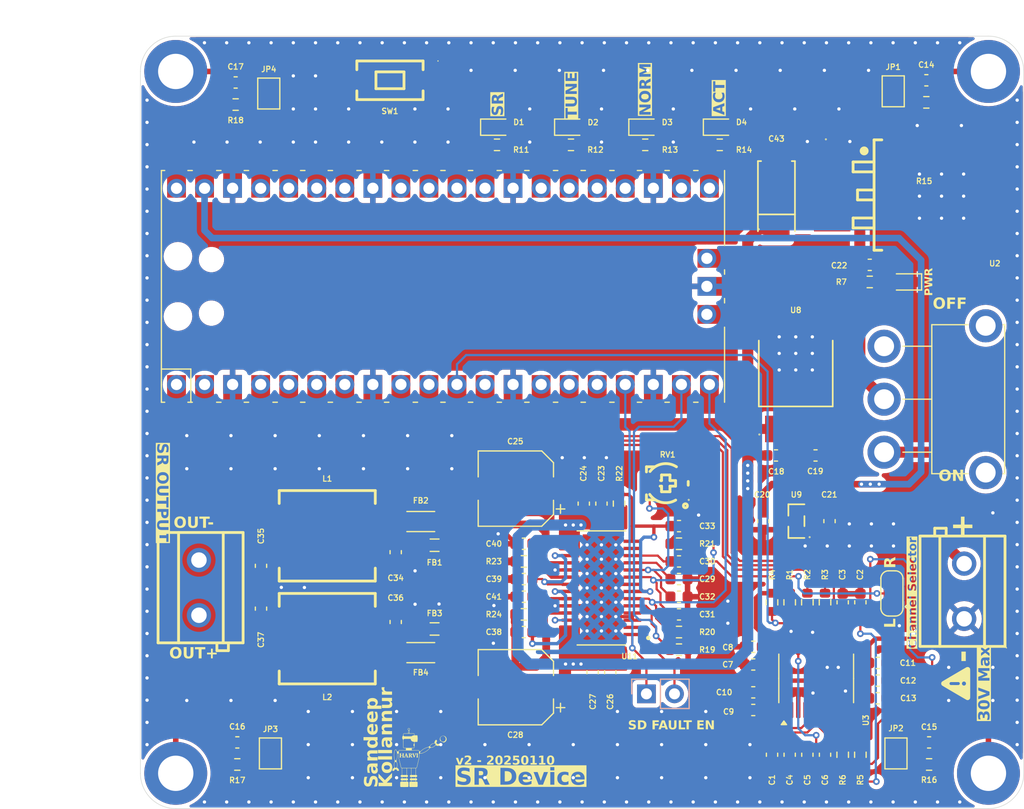
<source format=kicad_pcb>
(kicad_pcb (version 20240108) (generator "pcbnew") (generator_version "8.0")
  (layers (0 "F.Cu" signal) (31 "B.Cu" signal) (34 "B.Paste" user) (35 "F.Paste" user) (36 "B.SilkS" user "B.Silkscreen") (37 "F.SilkS" user "F.Silkscreen") (38 "B.Mask" user) (39 "F.Mask" user) (44 "Edge.Cuts" user))
  (net 0 "")
  (net 1 "Net-(U3-CAPM)")
  (net 2 "Net-(U3-CAPP)")
  (net 3 "/LINE_R")
  (net 4 "GND")
  (net 5 "/LINE_L")
  (net 6 "Net-(U3-VNEG)")
  (net 7 "Net-(U3-LDOO)")
  (net 8 "+3V3")
  (net 9 "Net-(JP1-A)")
  (net 10 "Net-(C14-Pad2)")
  (net 11 "Net-(C15-Pad2)")
  (net 12 "Net-(JP3-A)")
  (net 13 "Net-(JP4-A)")
  (net 14 "Net-(C16-Pad2)")
  (net 15 "Net-(JP2-A)")
  (net 16 "Net-(C17-Pad2)")
  (net 17 "+12V")
  (net 18 "+5V")
  (net 19 "VCC")
  (net 20 "Net-(U11-INN)")
  (net 21 "Net-(U11-INP)")
  (net 22 "/LINE_OUT")
  (net 23 "/GVDD")
  (net 24 "/PLIMIT")
  (net 25 "/AVCC")
  (net 26 "Net-(C34-Pad1)")
  (net 27 "/OUT-")
  (net 28 "Net-(C36-Pad1)")
  (net 29 "/OUT+")
  (net 30 "/BSN")
  (net 31 "/OUTN")
  (net 32 "/BSP")
  (net 33 "/OUTP")
  (net 34 "Net-(C40-Pad1)")
  (net 35 "Net-(C41-Pad1)")
  (net 36 "Net-(D1-A)")
  (net 37 "Net-(D2-A)")
  (net 38 "Net-(D3-A)")
  (net 39 "Net-(D4-A)")
  (net 40 "/I2S_LRCK")
  (net 41 "Net-(U3-LRCK)")
  (net 42 "/I2S_DATA")
  (net 43 "Net-(U3-DIN)")
  (net 44 "Net-(U3-BCK)")
  (net 45 "/I2S_BCK")
  (net 46 "/DAC_MUTE")
  (net 47 "Net-(U3-OUTR)")
  (net 48 "Net-(U3-OUTL)")
  (net 50 "/LED_1")
  (net 51 "/LED_2")
  (net 52 "/LED_3")
  (net 53 "/LED_4")
  (net 54 "/AMP_GAIN0")
  (net 55 "/AMP_GAIN1")
  (net 56 "Net-(R21-Pad1)")
  (net 57 "/PICO_RUN")
  (net 61 "Net-(J2-Pad2)")
  (net 62 "/AMP_SD")
  (net 80 "Net-(D5-A)")
  (net 85 "/FAULT")
  (footprint "MountingHole:MountingHole_3.2mm_M3_ISO7380_Pad" (layer "F.Cu") (at 100.7 131.8)
    (property "Reference" "H3" (hide yes))
    (property "Value" "MountingHole" (hide yes))
  )
  (footprint "Resistor_SMD:R_0603_1608Metric" (layer "F.Cu") (at 168.925 131)
    (property "Reference" "R16")
    (property "Value" "10K" (hide yes))
  )
  (footprint "TAJC686K016RNJ:footprint" (layer "F.Cu") (at 155.1 79.5 -90)
    (property "Reference" "C43")
    (property "Value" "68uF" (hide yes))
  )
  (footprint "LED_SMD:LED_0603_1608Metric" (layer "F.Cu") (at 166.7625 87.275 180)
    (property "Reference" "D5" (hide yes))
    (property "Value" "LED_Small" (hide yes))
  )
  (footprint "Capacitor_SMD:C_0603_1608Metric" (layer "F.Cu") (at 162.7 116.3065 90)
    (property "Reference" "C2")
    (property "Value" "2.2nF" (hide yes))
  )
  (footprint "Resistor_SMD:R_0603_1608Metric" (layer "F.Cu") (at 157.9 116.3065 90)
    (property "Reference" "R2")
    (property "Value" "56R" (hide yes))
  )
  (footprint "Jumper:SolderJumper-2_P1.3mm_Open_TrianglePad1.0x1.5mm" (layer "F.Cu") (at 165.925 130 -90)
    (property "Reference" "JP2")
    (property "Value" "SolderJumper_2_Open" (hide yes))
  )
  (footprint "Resistor_SMD:R_0603_1608Metric" (layer "F.Cu") (at 163.55 87.275 180)
    (property "Reference" "R7")
    (property "Value" "10K" (hide yes))
  )
  (footprint "Capacitor_SMD:C_0603_1608Metric" (layer "F.Cu") (at 132.225 115.8 180)
    (property "Reference" "C41")
    (property "Value" "1nF" (hide yes))
  )
  (footprint "Resistor_SMD:R_0603_1608Metric" (layer "F.Cu") (at 136.4925 74.84875 180)
    (property "Reference" "R12")
    (property "Value" "1K" (hide yes))
  )
  (footprint "Capacitor_SMD:C_0603_1608Metric" (layer "F.Cu") (at 138.451905 122.639405 -90)
    (property "Reference" "C27")
    (property "Value" "100nF" (hide yes))
  )
  (footprint "LED_SMD:LED_0603_1608Metric" (layer "F.Cu") (at 136.4925 73.24875)
    (property "Reference" "D2")
    (property "Value" "LED_Small" (hide yes))
  )
  (footprint "Capacitor_SMD:C_0603_1608Metric" (layer "F.Cu") (at 120.620002 118.091 90)
    (property "Reference" "C36")
    (property "Value" "1nF" (hide yes))
  )
  (footprint "Capacitor_SMD:C_0603_1608Metric" (layer "F.Cu") (at 153 126.0625 180)
    (property "Reference" "C9")
    (property "Value" "100nF" (hide yes))
  )
  (footprint "VG039NSNXTB103:footprint" (layer "F.Cu") (at 145.251905 105.52399 90)
    (property "Reference" "RV1")
    (property "Value" "10K" (hide yes))
  )
  (footprint "Jumper:SolderJumper-3_P1.3mm_Bridged12_RoundedPad1.0x1.5mm" (layer "F.Cu") (at 165.5575 115.5 90)
    (property "Reference" "JP5" (hide yes))
    (property "Value" "SolderJumper_3_Bridged12" (hide yes))
  )
  (footprint "Resistor_SMD:R_0603_1608Metric" (layer "F.Cu") (at 132.225 112.6 180)
    (property "Reference" "R23")
    (property "Value" "10R" (hide yes))
  )
  (footprint "Resistor_SMD:R_0603_1608Metric" (layer "F.Cu") (at 154.7 116.3065 90)
    (property "Reference" "R4")
    (property "Value" "10K" (hide yes))
  )
  (footprint "Resistor_SMD:R_0603_1608Metric" (layer "F.Cu") (at 168.675 71)
    (property "Reference" "R15")
    (property "Value" "10K" (hide yes))
  )
  (footprint "Capacitor_SMD:C_0603_1608Metric" (layer "F.Cu") (at 137.651905 107.360595 90)
    (property "Reference" "C24")
    (property "Value" "100nF" (hide yes))
  )
  (footprint "Inductor_SMD:L_1806_4516Metric" (layer "F.Cu") (at 122.890002 120.866)
    (property "Reference" "FB4")
    (property "Value" "75Ω" (hide yes))
  )
  (footprint "MCU_RaspberryPi_and_Boards:RPi_Pico_SMD_TH" (layer "F.Cu") (at 124.9 87.675 90)
    (property "Reference" "U1" (hide yes))
    (property "Value" "Pico")
  )
  (footprint "Jumper:SolderJumper-2_P1.3mm_Open_TrianglePad1.0x1.5mm" (layer "F.Cu") (at 109.275 130 -90)
    (property "Reference" "JP3")
    (property "Value" "SolderJumper_2_Open" (hide yes))
  )
  (footprint "TPA3112D1PWPR:footprint" (layer "F.Cu") (at 139.251905 115 180)
    (property "Reference" "U11")
    (property "Value" "TPA3112D1PWPR" (hide yes))
  )
  (footprint "Resistor_SMD:R_0603_1608Metric" (layer "F.Cu") (at 132.225 117.4 180)
    (property "Reference" "R24")
    (property "Value" "10R" (hide yes))
  )
  (footprint "MountingHole:MountingHole_3.2mm_M3_ISO7380_Pad" (layer "F.Cu") (at 174.3 68.2)
    (property "Reference" "H1" (hide yes))
    (property "Value" "MountingHole" (hide yes))
  )
  (footprint "Capacitor_SMD:C_0603_1608Metric" (layer "F.Cu") (at 146.275 112.6 180)
    (property "Reference" "C30")
    (property "Value" "1uF" (hide yes))
  )
  (footprint "Capacitor_SMD:C_0603_1608Metric" (layer "F.Cu") (at 132.225 114.2 180)
    (property "Reference" "C39")
    (property "Value" "0.47uF" (hide yes))
  )
  (footprint "Capacitor_SMD:C_0603_1608Metric" (layer "F.Cu") (at 161.1 116.3065 90)
    (property "Reference" "C3")
    (property "Value" "2.2nF" (hide yes))
  )
  (footprint "SS-12D11L7:SS-12D11L7" (layer "F.Cu") (at 172.443 97.9 90)
    (property "Reference" "SW2" (hide yes))
    (property "Value" "SS-12D11L7" (hide yes))
  )
  (footprint "PTS636SK25SMTRLFS:footprint" (layer "F.Cu") (at 120.1 69 180)
    (property "Reference" "SW1")
    (property "Value" "PTS636SK25SMTRLFS" (hide yes))
  )
  (footprint "MountingHole:MountingHole_3.2mm_M3_ISO7380_Pad" (layer "F.Cu") (at 174.3 131.8)
    (property "Reference" "H2" (hide yes))
    (property "Value" "MountingHole" (hide yes))
  )
  (footprint "Capacitor_SMD:C_0603_1608Metric" (layer "F.Cu") (at 153.907 108.95 -90)
    (property "Reference" "C20")
    (property "Value" "1uF" (hide yes))
  )
  (footprint "Resistor_SMD:R_0603_1608Metric" (layer "F.Cu") (at 159.5 116.3065 90)
    (property "Reference" "R3")
    (property "Value" "56R" (hide yes))
  )
  (footprint "KF301-5_0-2P:footprint" (layer "F.Cu") (at 172.1 115.3 90)
    (property "Reference" "J2" (hide yes))
    (property "Value" "KF301-5_0-2P" (hide yes))
  )
  (footprint "Capacitor_SMD:C_0603_1608Metric" (layer "F.Cu") (at 164.275 125)
    (property "Reference" "C13")
    (property "Value" "1uF" (hide yes))
  )
  (footprint "MountingHole:MountingHole_3.2mm_M3_ISO7380_Pad" (layer "F.Cu") (at 100.7 68.2)
    (property "Reference" "H4" (hide yes))
    (property "Value" "MountingHole" (hide yes))
  )
  (footprint "Capacitor_SMD:C_0603_1608Metric" (layer "F.Cu") (at 140.051905 122.639405 -90)
    (property "Reference" "C26")
    (property "Value" "1nF" (hide yes))
  )
  (footprint "Icons:fa-triangle-exclamation" (layer "F.Cu") (at 171.33 123.67 90)
    (property "Reference" "G***" (hide yes))
    (property "Value" "LOGO" (hide yes))
  )
  (footprint "Capacitor_SMD:C_0603_1608Metric" (layer "F.Cu") (at 132.225 111 180)
    (property "Reference" "C40")
    (property "Value" "1nF" (hide yes))
  )
  (footprint "Capacitor_SMD:C_0603_1608Metric" (layer "F.Cu") (at 132.225 119 180)
    (property "Reference" "C38")
    (property "Value" "0.47uF" (hide yes))
  )
  (footprint "Inductor_SMD:L_0805_2012Metric" (layer "F.Cu") (at 124.140002 118.721)
    (property "Reference" "FB3")
    (property "Value" "80Ω" (hide yes))
  )
  (footprint "Resistor_SMD:R_0603_1608Metric" (layer "F.Cu") (at 162.7 130.1185 -90)
    (property "Reference" "R5")
    (property "Value" "470R" (hide yes))
  )
  (footprint "Capacitor_SMD:C_0603_1608Metric" (layer "F.Cu") (at 159.5 130.1185 -90)
    (property "Reference" "C6")
    (property "Value" "1uF" (hide yes))
  )
  (footprint "Capacitor_SMD:C_0603_1608Metric" (layer "F.Cu") (at 159.907 108.95 -90)
    (property "Reference" "C21")
    (property "Value" "1uF" (hide yes))
  )
  (footprint "Capacitor_SMD:C_0603_1608Metric" (layer "F.Cu") (at 108.420002 113 -90)
    (property "Reference" "C35")
    (property "Value" "0.68uF" (hide yes))
  )
  (footprint "AP7333-33SRG-7:footprint" (layer "F.Cu") (at 156.907 108.95)
    (property "Reference" "U9")
    (property "Value" "AP7333-33SRG-7" (hide yes))
  )
  (footprint "Resistor_SMD:R_0603_1608Metric" (layer "F.Cu") (at 129.7925 74.84875 180)
    (property "Reference" "R11")
    (property "Value" "1K" (hide yes))
  )
  (footprint "Capacitor_SMD:C_0603_1608Metric" (layer "F.Cu") (at 106.125 69.2)
    (property "Reference" "C17")
    (property "Value" "100nF" (hide yes))
  )
  (footprint "Jumper:SolderJumper-2_P1.3mm_Open_TrianglePad1.0x1.5mm" (layer "F.Cu") (at 109.125 70.2 -90)
    (property "Reference" "JP4")
    (property "Value" "SolderJumper_2_Open" (hide yes))
  )
  (footprint "Capacitor_SMD:C_0603_1608Metric" (layer "F.Cu") (at 154.7 130.1185 -90)
    (property "Reference" "C1")
    (property "Value" "2.2uF" (hide yes))
  )
  (footprint "Resistor_SMD:R_0603_1608Metric" (layer "F.Cu") (at 106.275 131 180)
    (property "Reference" "R17")
    (property "Value" "10K" (hide yes))
  )
  (footprint "Harvi:harvi_05" (layer "F.Cu") (at 122.761641 130.436337)
    (property "Reference" "G***" (hide yes))
    (property "Value" "LOGO" (hide yes))
  )
  (footprint "Resistor_SMD:R_0603_1608Metric" (layer "F.Cu") (at 146.275 120.6)
    (property "Reference" "R19")
    (property "Value" "10K" (hide yes))
  )
  (footprint "Inductor_SMD:L_1806_4516Metric" (layer "F.Cu") (at 122.890002 108.987)
    (property "Reference" "FB2")
    (property "Value" "75Ω" (hide yes))
  )
  (footprint "Capacitor_SMD:C_0603_1608Metric" (layer "F.Cu") (at 146.275 109.4 180)
    (property "Reference" "C33")
    (property "Value" "1uF" (hide yes))
  )
  (footprint "Inductor_SMD:L_0805_2012Metric" (layer "F.Cu") (at 124.140002 111.132)
    (property "Reference" "FB1")
    (property "Value" "80Ω" (hide yes))
  )
  (footprint "LM7812S-TR:footprint" (layer "F.Cu") (at 165.098082 79.4 180)
    (property "Reference" "U2")
    (property "Value" "LM7812S-TR" (hide yes))
  )
  (footprint "Capacitor_SMD:C_0603_1608Metric" (layer "F.Cu") (at 163.55 85.725)
    (property "Reference" "C22")
    (property "Value" "10uF" (hide yes))
  )
  (footprint "Resistor_SMD:R_0603_1608Metric" (layer "F.Cu") (at 149.9675 74.84875 180)
    (property "Reference" "R14")
    (property "Value" "1K" (hide yes))
  )
  (footprint "Capacitor_SMD:CP_Elec_6.3x5.4" (layer "F.Cu") (at 131.5 124 180)
    (property "Reference" "C28")
    (property "Value" "100uF" (hide yes))
  )
  (footprint "LED_SMD:LED_0603_1608Metric" (layer "F.Cu") (at 129.7925 73.24875)
    (property "Reference" "D1")
    (property "Value" "LED_Small" (hide yes))
  )
  (footprint "Capacitor_SMD:C_0603_1608Metric" (layer "F.Cu") (at 153 121.9375 180)
    (property "Reference" "C7")
    (property "Value" "10uF" (hide yes))
  )
  (footprint "Capacitor_SMD:C_0603_1608Metric" (layer "F.Cu") (at 156.3 130.1185 -90)
    (property "Reference" "C4")
    (property "Value" "2.2uF" (hide yes))
  )
  (footprint "Capacitor_SMD:C_0603_1608Metric" (layer "F.Cu") (at 108.420002 116.878 90)
    (property "Reference" "C37")
    (property "Value" "0.68uF" (hide yes))
  )
  (footprint "Capacitor_SMD:C_0603_1608Metric" (layer "F.Cu") (at 153 124.4625 180)
    (property "Reference" "C10")
    (property "Value" "10uF" (hide yes))
  )
  (footprint "Capacitor_SMD:C_0603_1608Metric" (layer "F.Cu") (at 155.059931 102.997346 180)
    (property "Reference" "C18")
    (property "Value" "0.22uF" (hide yes))
  )
  (footprint "Package_SO:TSSOP-20_4.4x6.5mm_P0.65mm" (layer "F.Cu") (at 158.7 123.2 90)
    (property "Reference" "U3")
    (property "Value" "PCM5100APWR" (hide yes))
  )
  (footprint "Capacitor_SMD:C_0603_1608Metric" (layer "F.Cu") (at 139.251905 107.360595 90)
    (property "Reference" "C23")
    (property "Value" "1nF" (hide yes))
  )
  (footprint "LED_SMD:LED_0603_1608Metric" (layer "F.Cu") (at 143.2175 73.24875)
    (property "Reference" "D3")
    (property "Value" "LED_Small" (hide yes))
  )
  (footprint "Capacitor_SMD:C_0603_1608Metric" (layer "F.Cu") (at 146.275 117.4)
    (property "Reference" "C31")
    (property "Value" "1uF" (hide yes))
  )
  (footprint "KF301-5_0-2P:footprint" (layer "F.Cu") (at 102.8 114.978 -90)
    (property "Reference" "J1" (hide yes))
    (property "Value" "KF301-5_0-2P" (hide yes))
  )
  (footprint "Capacitor_SMD:C_0603_1608Metric" (layer "F.Cu") (at 164.275 121.8)
    (property "Reference" "C11")
    (property "Value" "100nF" (hide yes))
  )
  (footprint "Capacitor_SMD:C_0603_1608Metric" (layer "F.Cu") (at 153 120.3375 180)
    (property "Reference" "C8")
    (property "Value" "100nF" (hide yes))
  )
  (footprint "Jumper:SolderJumper-2_P1.3mm_Open_TrianglePad1.0x1.5mm" (layer "F.Cu") (at 165.675 70 -90)
    (property "Reference" "JP1")
    (property "Value" "SolderJumper_2_Open" (hide yes))
  )
  (footprint "IHLP3232DZER220M11:footprint" (layer "F.Cu") (at 114.420002 119.6)
    (property "Reference" "L2")
    (property "Value" "22uH" (hide yes))
  )
  (footprint "Resistor_SMD:R_0603_1608Metric" (layer "F.Cu") (at 161.1 130.1185 -90)
    (property "Reference" "R6")
    (property "Value" "470R" (hide yes))
  )
  (footprint "Capacitor_SMD:C_0603_1608Metric" (layer "F.Cu") (at 120.620002 111.762 -90)
    (property "Reference" "C34")
    (property "Value" "1nF" (hide yes))
  )
  (footprint "Resistor_SMD:R_0603_1608Metric" (layer "F.Cu") (at 156.3 116.3065 90)
    (property "Reference" "R1")
    (property "Value" "56R" (hide yes))
  )
  (footprint "Resistor_SMD:R_0603_1608Metric" (layer "F.Cu") (at 146.275 111 180)
    (property "Reference" "R21")
    (property "Value" "1K" (hide yes))
  )
  (footprint "Resistor_SMD:R_0603_1608Metric" (layer "F.Cu") (at 106.125 71.2 180)
    (property "Reference" "R18")
    (property "Value" "10K" (hide yes))
  )
  (footprint "LED_SMD:LED_0603_1608Metric" (layer "F.Cu") (at 149.9675 73.24875)
    (property "Reference" "D4")
    (property "Value" "LED_Small" (hide yes))
  )
  (footprint "Capacitor_SMD:C_0603_1608Metric" (layer "F.Cu") (at 157.9 130.1185 -90)
    (property "Reference" "C5")
    (property "Value" "100nF" (hide yes))
  )
  (footprint "Capacitor_SMD:CP_Elec_6.3x5.4" (layer "F.Cu") (at 131.5 106 180)
    (property "Reference" "C25")
    (property "Value" "100uF" (hide yes))
  )
  (footprint "Capacitor_SMD:C_0603_1608Metric" (layer "F.Cu") (at 146.275 115.8)
    (property "Reference" "C32")
    (property "Value" "1uF" (hide yes))
  )
  (footprint "Capacitor_SMD:C_0603_1608Metric" (layer "F.Cu") (at 164.275 123.4)
    (property "Reference" "C12")
    (property "Value" "10uF" (hide yes))
  )
  (footprint "Capacitor_SMD:C_0603_1608Metric" (layer "F.Cu") (at 168.925 129 180)
    (property "Reference" "C15")
    (property "Value" "100nF" (hide yes))
  )
  (footprint "Capacitor_SMD:C_0603_1608Metric" (layer "F.Cu") (at 106.275 129)
    (property "Reference" "C16")
    (property "Value" "100nF" (hide yes))
  )
  (footprint "IHLP3232DZER220M11:footprint" (layer "F.Cu") (at 114.420002 110.278)
    (property "Reference" "L1")
    (property "Value" "22uH" (hide yes))
  )
  (footprint "Resistor_SMD:R_0603_1608Metric" (layer "F.Cu") (at 143.2175 74.84875 180)
    (property "Reference" "R13")
    (property "Value" "1K" (hide yes))
  )
  (footprint "Resistor_SMD:R_0603_1608Metric" (layer "F.Cu") (at 146.275 119)
    (property "Reference" "R20")
    (property "Value" "10K" (hide yes))
  )
  (footprint "Capacitor_SMD:C_0603_1608Metric" (layer "F.Cu") (at 168.675 69 180)
    (property "Reference" "C14")
    (property "Value" "100nF" (hide yes))
  )
  (footprint "LM78M05CDTX-NOPB:footprint" (layer "F.Cu") (at 156.85 97.173673 -90)
    (property "Reference" "U8")
    (property "Value" "LM78M05CDTX/NOPB" (hide yes))
  )
  (footprint "Capacitor_SMD:C_0603_1608Metric" (layer "F.Cu") (at 146.275 114.2 180)
    (property "Reference" "C29")
    (property "Value" "1uF" (hide yes))
  )
  (footprint "Capacitor_SMD:C_0603_1608Metric" (layer "F.Cu") (at 158.640069 102.997092 180)
    (property "Reference" "C19")
    (property "Value" "100nF" (hide yes))
  )
  (footprint "Resistor_SMD:R_0603_1608Metric" (layer "F.Cu") (at 140.851905 107.360595 90)
    (property "Reference" "R22")
    (property "Value" "10R" (hide yes))
  )
  (footprint "Connector_PinHeader_2.54mm:PinHeader_1x02_P2.54mm_Vertical" (layer "B.Cu") (at 143.325 124.6 -90)
    (property "Reference" "J3" (hide yes))
    (property "Value" "Conn_01x02_Pin" (hide yes))
  )
  (gr_line (start 174.3 135) (end 100.7 135) (stroke (width 0.05)) (layer "Edge.Cuts"))
  (gr_line (start 97.5 131.8) (end 97.5 68.2) (stroke (width 0.05)) (layer "Edge.Cuts"))
  (gr_line (start 177.5 68.2) (end 177.5 131.8) (stroke (width 0.05)) (layer "Edge.Cuts"))
  (gr_arc (start 97.5 68.2) (mid 98.437258 65.937258) (end 100.7 65) (stroke (width 0.05)) (layer "Edge.Cuts"))
  (gr_line (start 100.7 65) (end 174.3 65) (stroke (width 0.05)) (layer "Edge.Cuts"))
  (gr_arc (start 174.3 65) (mid 176.562742 65.937258) (end 177.5 68.2) (stroke (width 0.05)) (layer "Edge.Cuts"))
  (gr_arc (start 177.5 131.8) (mid 176.562742 134.062742) (end 174.3 135) (stroke (width 0.05)) (layer "Edge.Cuts"))
  (gr_arc (start 100.7 135) (mid 98.437258 134.062742) (end 97.5 131.8) (stroke (width 0.05)) (layer "Edge.Cuts"))
  (gr_text "SR" (at 129.92 71.2 90) (layer "F.SilkS" knockout) (effects (font (size 1 1) (thickness 0.1) (bold yes))))
  (gr_text "30V Max" (at 173.98 123.669574 90) (layer "F.SilkS" knockout) (effects (font (size 1 1) (thickness 0.1) (bold yes))))
  (gr_text "NORM" (at 143.286666 69.828821 90) (layer "F.SilkS" knockout) (effects (font (size 1 1) (thickness 0.1) (bold yes))))
  (gr_text "Kollannur" (at 120.491641 133.12 90) (layer "F.SilkS") (effects (font (size 1.2 1.2) (thickness 0.25) (bold yes)) (justify left bottom)))
  (gr_text "ACT" (at 149.97 70.61284 90) (layer "F.SilkS" knockout) (effects (font (size 1 1) (thickness 0.1) (bold yes))))
  (gr_text "SR OUTPUT" (at 99.44 106.35 -90) (layer "F.SilkS" knockout) (effects (font (size 1 1) (thickness 0.1) (bold yes))))
  (gr_text "OUT-" (at 102.33 109.14 0) (layer "F.SilkS") (effects (font (size 1 1) (thickness 0.1) (bold yes))))
  (gr_text "+" (at 171.97 109.47 0) (layer "F.SilkS") (effects (font (size 2 2) (thickness 0.1) (bold yes))))
  (gr_text "OFF" (at 170.8 89.29 0) (layer "F.SilkS") (effects (font (size 1 1) (thickness 0.1) (bold yes))))
  (gr_text "PWR" (at 168.925 87.275 90) (layer "F.SilkS") (effects (font (size 0.7 0.7) (thickness 0.1) (bold yes))))
  (gr_text "SD FAULT EN" (at 141.65 127.95 0) (layer "F.SilkS") (effects (font (size 0.8 0.8) (thickness 0.2) (bold yes)) (justify left bottom)))
  (gr_text "R" (at 165.45 112.7 90) (layer "F.SilkS") (effects (font (size 1 1) (thickness 0.1) (bold yes))))
  (gr_text "-" (at 172.02 121.2 90) (layer "F.SilkS") (effects (font (size 2 2) (thickness 0.1) (bold yes))))
  (gr_text "ON" (at 170.953385 104.89 0) (layer "F.SilkS") (effects (font (size 1 1) (thickness 0.1) (bold yes))))
  (gr_text "Sandeep" (at 119.181641 133.12 90) (layer "F.SilkS") (effects (font (size 1.2 1.2) (thickness 0.25) (bold yes)) (justify left bottom)))
  (gr_text "Channel Selector" (at 167.45 115.45 90) (layer "F.SilkS" knockout) (effects (font (size 0.75 0.75) (thickness 0.1) (bold yes))))
  (gr_text "OUT+\n" (at 102.33 120.97 0) (layer "F.SilkS") (effects (font (size 1 1) (thickness 0.1) (bold yes))))
  (gr_text "L" (at 165.45 118.2 90) (layer "F.SilkS") (effects (font (size 1 1) (thickness 0.1) (bold yes))))
  (gr_text "v2 - 20250110" (at 126.05 131.15 0) (layer "F.SilkS") (effects (font (size 0.8 0.8) (thickness 0.2) (bold yes)) (justify left bottom)))
  (gr_text "SR Device" (at 126.05 133.09 0) (layer "F.SilkS" knockout) (effects (font (size 1.5 1.5) (thickness 0.3) (bold yes)) (justify left bottom)))
  (gr_text "TUNE" (at 136.603333 70.346616 90) (layer "F.SilkS" knockout) (effects (font (size 1 1) (thickness 0.1) (bold yes))))
  (segment (start 157.35 127.7) (end 155.95 127.7) (width 0.2) (layer "F.Cu") (net 1))
  (segment (start 155.5 128.15) (end 155.5 130.0935) (width 0.2) (layer "F.Cu") (net 1))
  (segment (start 157.725 126.0625) (end 157.725 127.325) (width 0.2) (layer "F.Cu") (net 1))
  (segment (start 155.5 130.0935) (end 154.7 130.8935) (width 0.2) (layer "F.Cu") (net 1))
  (segment (start 155.95 127.7) (end 155.5 128.15) (width 0.2) (layer "F.Cu") (net 1))
  (segment (start 157.725 127.325) (end 157.35 127.7) (width 0.2) (layer "F.Cu") (net 1))
  (segment (start 155.225 127.3) (end 156.2 127.3) (width 0.2) (layer "F.Cu") (net 2))
  (segment (start 154.7 129.3435) (end 154.7 127.825) (width 0.2) (layer "F.Cu") (net 2))
  (segment (start 154.7 127.825) (end 155.225 127.3) (width 0.2) (layer "F.Cu") (net 2))
  (segment (start 156.2 127.3) (end 156.425 127.075) (width 0.2) (layer "F.Cu") (net 2))
  (segment (start 156.425 127.075) (end 156.425 126.0625) (width 0.2) (layer "F.Cu") (net 2))
  (segment (start 163.7565 130.9435) (end 164.3 130.4) (width 0.2) (layer "F.Cu") (net 3))
  (segment (start 164.3 130.4) (end 164.3 127.3) (width 0.2) (layer "F.Cu") (net 3))
  (segment (start 162.75925 117.0815) (end 163.6 116.24075) (width 0.2) (layer "F.Cu") (net 3))
  (segment (start 162.7 130.9435) (end 163.7565 130.9435) (width 0.2) (layer "F.Cu") (net 3))
  (segment (start 168.65 126.1) (end 169.2 125.55) (width 0.2) (layer "F.Cu") (net 3))
  (segment (start 165.5575 114.2) (end 163.6 114.2) (width 0.2) (layer "F.Cu") (net 3))
  (segment (start 169.2 125.55) (end 169.2 121.3) (width 0.2) (layer "F.Cu") (net 3))
  (segment (start 165.5 126.1) (end 168.65 126.1) (width 0.2) (layer "F.Cu") (net 3))
  (segment (start 164.3 127.3) (end 165.5 126.1) (width 0.2) (layer "F.Cu") (net 3))
  (segment (start 163.6 114.2) (end 163.6 112.4) (width 0.2) (layer "F.Cu") (net 3))
  (segment (start 162.7 117.0815) (end 162.75925 117.0815) (width 0.2) (layer "F.Cu") (net 3))
  (segment (start 163.6 116.24075) (end 163.6 114.2) (width 0.2) (layer "F.Cu") (net 3))
  (via (at 169.2 121.3) (size 0.6) (drill 0.3) (layers "F.Cu" "B.Cu") (net 3))
  (via (at 163.6 112.4) (size 0.6) (drill 0.3) (layers "F.Cu" "B.Cu") (net 3))
  (segment (start 163.6 112.4) (end 166.6 112.4) (width 0.2) (layer "B.Cu") (net 3))
  (segment (start 167.2 120.6) (end 167.9 121.3) (width 0.2) (layer "B.Cu") (net 3))
  (segment (start 166.6 112.4) (end 167.2 113) (width 0.2) (layer "B.Cu") (net 3))
  (segment (start 167.2 113) (end 167.2 120.6) (width 0.2) (layer "B.Cu") (net 3))
  (segment (start 167.9 121.3) (end 169.2 121.3) (width 0.2) (layer "B.Cu") (net 3))
  (segment (start 130.6 110.1) (end 129.9 110.1) (width 0.4) (layer "F.Cu") (net 4))
  (segment (start 160.975 120.3375) (end 161.625 120.3375) (width 0.2) (layer "F.Cu") (net 4))
  (segment (start 142.051905 117.925) (end 142.051905 117.6) (width 0.3) (layer "F.Cu") (net 4))
  (segment (start 147.05 109.42725) (end 147.05 109.4) (width 0.7) (layer "F.Cu") (net 4))
  (segment (start 157.075 126.0625) (end 157.075 124.825) (width 0.4) (layer "F.Cu") (net 4))
  (segment (start 157.075 124.825) (end 157.374123 124.525877) (width 0.4) (layer "F.Cu") (net 4))
  (segment (start 147.05 109.4) (end 148.05 108.4) (width 0.7) (layer "F.Cu") (net 4))
  (segment (start 137.626905 116.625) (end 139.251905 115) (width 0.3) (layer "F.Cu") (net 4))
  (segment (start 157.374123 124.525877) (end 158.407833 124.525877) (width 0.4) (layer "F.Cu") (net 4))
  (segment (start 140.551905 117.6) (end 142.051905 117.6) (width 0.3) (layer "F.Cu") (net 4))
  (segment (start 136.451905 113.375) (end 137.626905 113.375) (width 0.3) (layer "F.Cu") (net 4))
  (segment (start 135.051905 113.375) (end 136.451905 113.375) (width 0.3) (layer "F.Cu") (net 4))
  (segment (start 142.051905 114.675) (end 140.876905 114.675) (width 0.3) (layer "F.Cu") (net 4))
  (segment (start 156.425 118.9375) (end 156.425 120.3375) (width 0.4) (layer "F.Cu") (net 4))
  (segment (start 158.375 120.3375) (end 158.375 121.134878) (width 0.4) (layer "F.Cu") (net 4))
  (segment (start 130.309759 115.8) (end 129.512713 116.597046) (width 0.2) (layer "F.Cu") (net 4))
  (segment (start 158.375 119.025) (end 158.375735 119.024265) (width 0.2) (layer "F.Cu") (net 4))
  (segment (start 135.051905 116.625) (end 136.451905 116.625) (width 0.3) (layer "F.Cu") (net 4))
  (segment (start 131.45 115.8) (end 130.309759 115.8) (width 0.2) (layer "F.Cu") (net 4))
  (segment (start 145.45 111) (end 145.47725 111) (width 0.7) (layer "F.Cu") (net 4))
  (segment (start 136.451905 116.625) (end 137.626905 116.625) (width 0.3) (layer "F.Cu") (net 4))
  (segment (start 158.375 121.134878) (end 159.440122 122.2) (width 0.4) (layer "F.Cu") (net 4))
  (segment (start 140.876905 114.675) (end 140.551905 115) (width 0.2) (layer "F.Cu") (net 4))
  (segment (start 145.47725 111) (end 147.05 109.42725) (width 0.7) (layer "F.Cu") (net 4))
  (segment (start 159.440122 122.2) (end 159.7 122.2) (width 0.4) (layer "F.Cu") (net 4))
  (segment (start 137.626905 113.375) (end 137.951905 113.7) (width 0.3) (layer "F.Cu") (net 4))
  (segment (start 160.975 126.0625) (end 160.975 124.723054) (width 0.2) (layer "F.Cu") (net 4))
  (segment (start 160.7 122.2) (end 160.975 121.925) (width 0.2) (layer "F.Cu") (net 4))
  (segment (start 131.45 111) (end 131.45 110.95) (width 0.4) (layer "F.Cu") (net 4))
  (segment (start 142.051905 117.6) (end 142.051905 117.275) (width 0.3) (layer "F.Cu") (net 4))
  (segment (start 158.375 120.3375) (end 158.375 119.025) (width 0.4) (layer "F.Cu") (net 4))
  (segment (start 131.45 110.95) (end 130.6 110.1) (width 0.4) (layer "F.Cu") (net 4))
  (segment (start 160.975 124.723054) (end 161.351971 124.346083) (width 0.2) (layer "F.Cu") (net 4))
  (segment (start 160.975 126.0625) (end 161.625 126.0625) (width 0.2) (layer "F.Cu") (net 4))
  (segment (start 160.975 121.925) (end 160.975 120.3375) (width 0.2) (layer "F.Cu") (net 4))
  (via (at 98.1 98.993102) (size 0.6) (drill 0.3) (layers "F.Cu" "B.Cu") (net 4))
  (via (at 105.347056 74.6) (size 0.6) (drill 0.3) (layers "F.Cu" "B.Cu") (net 4))
  (via (at 137.7 103.2) (size 0.6) (drill 0.3) (layers "F.Cu" "B.Cu") (net 4))
  (via (at 159.441168 68.1) (size 0.6) (drill 0.3) (layers "F.Cu" "B.Cu") (net 4))
  (via (at 163.7 109.2) (size 0.6) (drill 0.3) (layers "F.Cu" "B.Cu") (net 4))
  (via (at 149.570572 134.4) (size 0.6) (drill 0.3) (layers "F.Cu" "B.Cu") (net 4))
  (via (at 145.547044 134.4) (size 0.6) (drill 0.3) (layers "F.Cu" "B.Cu") (net 4))
  (via (at 124.7 126.2) (size 0.5) (drill 0.3) (layers "F.Cu" "B.Cu") (net 4))
  (via (at 161.351971 124.346083) (size 0.6) (drill 0.3) (layers "F.Cu" "B.Cu") (net 4))
  (via (at 98.1 82.882758) (size 0.6) (drill 0.3) (layers "F.Cu" "B.Cu") (net 4))
  (via (at 111.347056 71.6) (size 0.6) (drill 0.3) (layers "F.Cu" "B.Cu") (net 4))
  (via (at 109.7 125.2) (size 0.6) (drill 0.3) (layers "F.Cu" "B.Cu") (net 4))
  (via (at 132.7 129.2) (size 0.5) (drill 0.3) (layers "F.Cu" "B.Cu") (net 4))
  (via (at 131.464696 65.6) (size 0.6) (drill 0.3) (layers "F.Cu" "B.Cu") (net 4))
  (via (at 98.1 86.910344) (size 0.6) (drill 0.3) (layers "F.Cu" "B.Cu") (net 4))
  (via (at 159.7 111.2) (size 0.6) (drill 0.3) (layers "F.Cu" "B.Cu") (net 4))
  (via (at 124.542895 116.458454) (size 0.6) (drill 0.3) (layers "F.Cu" "B.Cu") (net 4))
  (via (at 157.7 111.2) (size 0.6) (drill 0.3) (layers "F.Cu" "B.Cu") (net 4))
  (via (at 113.35882 68.6) (size 0.6) (drill 0.3) (layers "F.Cu" "B.Cu") (net 4))
  (via (at 147.558808 134.4) (size 0.6) (drill 0.3) (layers "F.Cu" "B.Cu") (net 4))
  (via (at 158.35 95.25) (size 0.6) (drill 0.3) (layers "F.Cu" "B.Cu") (net 4))
  (via (at 171.7 134.4) (size 0.6) (drill 0.3) (layers "F.Cu" "B.Cu") (net 4))
  (via (at 121.7 101.2) (size 0.6) (drill 0.3) (layers "F.Cu" "B.Cu") (net 4))
  (via (at 125.7 101.2) (size 0.6) (drill 0.3) (layers "F.Cu" "B.Cu") (net 4))
  (via (at 98.1 113.089653) (size 0.6) (drill 0.3) (layers "F.Cu" "B.Cu") (net 4))
  (via (at 139.7 103.2) (size 0.6) (drill 0.3) (layers "F.Cu" "B.Cu") (net 4))
  (via (at 116.7 126.2) (size 0.5) (drill 0.3) (layers "F.Cu" "B.Cu") (net 4))
  (via (at 123.41764 65.6) (size 0.6) (drill 0.3) (layers "F.Cu" "B.Cu") (net 4))
  (via (at 98.1 105.034481) (size 0.6) (drill 0.3) (layers "F.Cu" "B.Cu") (net 4))
  (via (at 147.558808 65.6) (size 0.6) (drill 0.3) (layers "F.Cu" "B.Cu") (net 4))
  (via (at 176.9 113.089653) (size 0.6) (drill 0.3) (layers "F.Cu" "B.Cu") (net 4))
  (via (at 176.9 117.117239) (size 0.6) (drill 0.3) (layers "F.Cu" "B.Cu") (net 4))
  (via (at 116.7 129.2) (size 0.5) (drill 0.3) (layers "F.Cu" "B.Cu") (net 4))
  (via (at 115.370584 65.6) (size 0.6) (drill 0.3) (layers "F.Cu" "B.Cu") (net 4))
  (via (at 117.382348 65.6) (size 0.6) (drill 0.3) (layers "F.Cu" "B.Cu") (net 4))
  (via (at 98.1 111.07586) (size 0.6) (drill 0.3) (layers "F.Cu" "B.Cu") (net 4))
  (via (at 117.382348 134.4) (size 0.6) (drill 0.3) (layers "F.Cu" "B.Cu") (net 4))
  (via (at 120.7 132.2) (size 0.5) (drill 0.3) (layers "F.Cu" "B.Cu") (net 4))
  (via (at 98.1 125.172411) (size 0.6) (drill 0.3) (layers "F.Cu" "B.Cu") (net 4))
  (via (at 176.9 94.965516) (size 0.6) (drill 0.3) (layers "F.Cu" "B.Cu") (net 4))
  (via (at 124.7 129.2) (size 0.5) (drill 0.3) (layers "F.Cu" "B.Cu") (net 4))
  (via (at 109.7 104.2) (size 0.6) (drill 0.3) (layers "F.Cu" "B.Cu") (net 4))
  (via (at 176.9 127.186204) (size 0.6) (drill 0.3) (layers "F.Cu" "B.Cu") (net 4))
  (via (at 156.85 92.25) (size 0.6) (drill 0.3) (layers "F.Cu" "B.Cu") (net 4))
  (via (at 125.35882 74.6) (size 0.6) (drill 0.3) (layers "F.Cu" "B.Cu") (net 4))
  (via (at 121.405876 134.4) (size 0.6) (drill 0.3) (layers "F.Cu" "B.Cu") (net 4))
  (via (at 98.1 90.93793) (size 0.6) (drill 0.3) (layers "F.Cu" "B.Cu") (net 4))
  (via (at 140.7 126.2) (size 0.6) (drill 0.3) (layers "F.Cu" "B.Cu") (net 4))
  (via (at 176.9 123.158618) (size 0.6) (drill 0.3) (layers "F.Cu" "B.Cu") (net 4))
  (via (at 105.7 101.2) (size 0.6) (drill 0.3) (layers "F.Cu" "B.Cu") (net 4))
  (via (at 161.7 109.2) (size 0.6) (drill 0.3) (layers "F.Cu" "B.Cu") (net 4))
  (via (at 144.7 126.2) (size 0.6) (drill 0.3) (layers "F.Cu" "B.Cu") (net 4))
  (via (at 133.47646 65.6) (size 0.6) (drill 0.3) (layers "F.Cu" "B.Cu") (net 4))
  (via (at 116.35882 74.6) (size 0.6) (drill 0.3) (layers "F.Cu" "B.Cu") (net 4))
  (via (at 160.75882 71.6) (size 0.6) (drill 0.3) (layers "F.Cu" "B.Cu") (net 4))
  (via (at 153.5941 65.6) (size 0.6) (drill 0.3) (layers "F.Cu" "B.Cu") (net 4))
  (via (at 176.9 101.006895) (size 0.6) (drill 0.3) (layers "F.Cu" "B.Cu") (net 4))
  (via (at 176.9 88.924137) (size 0.6) (drill 0.3) (layers "F.Cu" "B.Cu") (net 4))
  (via (at 102.347056 74.6) (size 0.6) (drill 0.3) (layers "F.Cu" "B.Cu") (net 4))
  (via (at 112.7 129.2) (size 0.5) (drill 0.3) (layers "F.Cu" "B.Cu") (net 4))
  (via (at 170.051918 79.5) (size 0.6) (drill 0.3) (layers "F.Cu" "B.Cu") (net 4))
  (via (at 129.452932 65.6) (size 0.6) (drill 0.3) (layers "F.Cu" "B.Cu") (net 4))
  (via (at 135.7 103.2) (size 0.6) (drill 0.3) (layers "F.Cu" "B.Cu") (net 4))
  (via (at 176.9 72.813793) (size 0.6) (drill 0.3) (layers "F.Cu" "B.Cu") (net 4))
  (via (at 98.1 72.813793) (size 0.6) (drill 0.3) (layers "F.Cu" "B.Cu") (net 4))
  (via (at 132.75882 71.6) (size 0.6) (drill 0.3) (layers "F.Cu" "B.Cu") (net 4))
  (via (at 110.261642 114.952782) (size 0.6) (drill 0.3) (layers "F.Cu" "B.Cu") (net 4))
  (via (at 160.7 122.2) (size 0.6) (drill 0.3) (layers "F.Cu" "B.Cu") (net 4))
  (via (at 155.441168 68.1) (size 0.6) (drill 0.3) (layers "F.Cu" "B.Cu") (net 4))
  (via (at 174.7 108.2) (size 0.6) (drill 0.3) (layers "F.Cu" "B.Cu") (net 4))
  (via (at 113.35882 65.6) (size 0.6) (drill 0.3) (layers "F.Cu" "B.Cu") (net 4))
  (via (at 157.617628 134.4) (size 0.6) (drill 0.3) (layers "F.Cu" "B.Cu") (net 4))
  (via (at 105.311764 134.4) (size 0.6) (drill 0.3) (layers "F.Cu" "B.Cu") (net 4))
  (via (at 123.41764 134.4) (size 0.6) (drill 0.3) (layers "F.Cu" "B.Cu") (net 4))
  (via (at 159.7 122.2) (size 0.6) (drill 0.3) (layers "F.Cu" "B.Cu") (net 4))
  (via (at 127.441168 65.6) (size 0.6) (drill 0.3) (layers "F.Cu" "B.Cu") (net 4))
  (via (at 155.35 95.25) (size 0.6) (drill 0.3) (layers "F.Cu" "B.Cu") (net 4))
  (via (at 158.375735 119.024265) (size 0.6) (drill 0.3) (layers "F.Cu" "B.Cu") (net 4))
  (via (at 111.347056 74.6) (size 0.6) (drill 0.3) (layers "F.Cu" "B.Cu") (net 4))
  (via (at 176.9 76.841379) (size 0.6) (drill 0.3) (layers "F.Cu" "B.Cu") (net 4))
  (via (at 172.051918 81.5) (size 0.6) (drill 0.3) (layers "F.Cu" "B.Cu") (net 4))
  (via (at 176.9 74.827586) (size 0.6) (drill 0.3) (layers "F.Cu" "B.Cu") (net 4))
  (via (at 176.9 125.172411) (size 0.6) (drill 0.3) (layers "F.Cu" "B.Cu") (net 4))
  (via (at 165.664684 134.4) (size 0.6) (drill 0.3) (layers "F.Cu" "B.Cu") (net 4))
  (via (at 98.1 70.8) (size 0.6) (drill 0.3) (layers "F.Cu" "B.Cu") (net 4))
  (via (at 98.1 123.158618) (size 0.6) (drill 0.3) (layers "F.Cu" "B.Cu") (net 4))
  (via (at 156.75882 71.6) (size 0.6) (drill 0.3) (layers "F.Cu" "B.Cu") (net 4))
  (via (at 113.7 101.2) (size 0.6) (drill 0.3) (layers "F.Cu" "B.Cu") (net 4))
  (via (at 129.512713 116.597046) (size 0.6) (drill 0.3) (layers "F.Cu" "B.Cu") (net 4))
  (via (at 169.688212 65.6) (size 0.6) (drill 0.3) (layers "F.Cu" "B.Cu") (net 4))
  (via (at 105.7 104.2) (size 0.6) (drill 0.3) (layers "F.Cu" "B.Cu") (net 4))
  (via (at 151.582336 134.4) (size 0.6) (drill 0.3) (layers "F.Cu" "B.Cu") (net 4))
  (via (at 150.7 118.2) (size 0.6) (drill 0.3) (layers "F.Cu" "B.Cu") (net 4))
  (via (at 98.1 129.2) (size 0.6) (drill 0.3) (layers "F.Cu" "B.Cu") (net 4))
  (via (at 121.7 104.2) (size 0.6) (drill 0.3) (layers "F.Cu" "B.Cu") (net 4))
  (via (at 113.35882 134.4) (size 0.6) (drill 0.3) (layers "F.Cu" "B.Cu") (net 4))
  (via (at 145.75882 74.6) (size 0.6) (drill 0.3) (layers "F.Cu" "B.Cu") (net 4))
  (via (at 113.35882 71.6) (size 0.6) (drill 0.3) (layers "F.Cu" "B.Cu") (net 4))
  (via (at 115.370584 134.4) (size 0.6) (drill 0.3) (layers "F.Cu" "B.Cu") (net 4))
  (via (at 176.9 86.910344) (size 0.6) (drill 0.3) (layers "F.Cu" "B.Cu") (net 4))
  (via (at 153.5941 134.4) (size 0.6) (drill 0.3) (layers "F.Cu" "B.Cu") (net 4))
  (via (at 161.641156 65.6) (size 0.6) (drill 0.3) (layers "F.Cu" "B.Cu") (net 4))
  (via (at 98.1 80.868965) (size 0.6) (drill 0.3) (layers "F.Cu" "B.Cu") (net 4))
  (via (at 98.1 96.979309) (size 0.6) (drill 0.3) (layers "F.Cu" "B.Cu") (net 4))
  (via (at 155.35 93.75) (size 0.6) (drill 0.3) (layers "F.Cu" "B.Cu") (net 4))
  (via (at 125.429404 65.6) (size 0.6) (drill 0.3) (layers "F.Cu" "B.Cu") (net 4))
  (via (at 109.335292 65.6) (size 0.6) (drill 0.3) (layers "F.Cu" "B.Cu") (net 4))
  (via (at 151.441168 68.1) (size 0.6) (drill 0.3) (layers "F.Cu" "B.Cu") (net 4))
  (via (at 143.53528 65.6) (size 0.6) (drill 0.3) (layers "F.Cu" "B.Cu") (net 4))
  (via (at 132.7 132.2) (size 0.5) (drill 0.3) (layers "F.Cu" "B.Cu") (net 4))
  (via (at 176.9 129.2) (size 0.6) (drill 0.3) (layers "F.Cu" "B.Cu") (net 4))
  (via (at 120.7 129.2) (size 0.5) (drill 0.3) (layers "F.Cu" "B.Cu") (net 4))
  (via (at 136.7 129.2) (size 0.6) (drill 0.3) (layers "F.Cu" "B.Cu") (net 4))
  (via (at 128.7 132.2) (size 0.5) (drill 0.3) (layers "F.Cu" "B.Cu") (net 4))
  (via (at 108.347056 74.6) (size 0.6) (drill 0.3) (layers "F.Cu" "B.Cu") (net 4))
  (via (at 139.511752 65.6) (size 0.6) (drill 0.3) (layers "F.Cu" "B.Cu") (net 4))
  (via (at 98.1 94.965516) (size 0.6) (drill 0.3) (layers "F.Cu" "B.Cu") (net 4))
  (via (at 112.7 126.2) (size 0.5) (drill 0.3) (layers "F.Cu" "B.Cu") (net 4))
  (via (at 98.1 115.103446) (size 0.6) (drill 0.3) (layers "F.Cu" "B.Cu") (net 4))
  (via (at 150.7 116.2) (size 0.6) (drill 0.3) (layers "F.Cu" "B.Cu") (net 4))
  (via (at 167.676448 65.6) (size 0.6) (drill 0.3) (layers "F.Cu" "B.Cu") (net 4))
  (via (at 105.7 125.2) (size 0.6) (drill 0.3) (layers "F.Cu" "B.Cu") (net 4))
  (via (at 128.7 129.2) (size 0.5) (drill 0.3) (layers "F.Cu" "B.Cu") (net 4))
  (via (at 98.1 121.144825) (size 0.6) (drill 0.3) (layers "F.Cu" "B.Cu") (net 4))
  (via (at 137.499988 134.4) (size 0.6) (drill 0.3) (layers "F.Cu" "B.Cu") (net 4))
  (via (at 174.7 125.2) (size 0.6) (drill 0.3) (layers "F.Cu" "B.Cu") (net 4))
  (via (at 169.688212 134.4) (size 0.6) (drill 0.3) (layers "F.Cu" "B.Cu") (net 4))
  (via (at 125.429404 134.4) (size 0.6) (drill 0.3) (layers "F.Cu" "B.Cu") (net 4))
  (via (at 143.53528 134.4) (size 0.6) (drill 0.3) (layers "F.Cu" "B.Cu") (net 4))
  (via (at 124.7 132.2) (size 0.5) (drill 0.3) (layers "F.Cu" "B.Cu") (net 4))
  (via (at 176.9 111.07586) (size 0.6) (drill 0.3) (layers "F.Cu" "B.Cu") (net 4))
  (via (at 111.347056 68.6) (size 0.5) (drill 0.3) (layers "F.Cu" "B.Cu") (net 4))
  (via (at 152.7 132.2) (size 0.5) (drill 0.3) (layers "F.Cu" "B.Cu") (net 4))
  (via (at 149.570572 65.6) (size 0.6) (drill 0.3) (layers "F.Cu" "B.Cu") (net 4))
  (via (at 165.664684 65.6) (size 0.6) (drill 0.3) (layers "F.Cu" "B.Cu") (net 4))
  (via (at 170.7 125.2) (size 0.6) (drill 0.3) (layers "F.Cu" "B.Cu") (net 4))
  (via (at 167.676448 134.4) (size 0.6) (drill 0.3) (layers "F.Cu" "B.Cu") (net 4))
  (via (at 148.7 132.2) (size 0.5) (drill 0.3) (layers "F.Cu" "B.Cu") (net 4))
  (via (at 98.1 119.131032) (size 0.6) (drill 0.3) (layers "F.Cu" "B.Cu") (net 4))
  (via (at 111.347056 65.6) (size 0.6) (drill 0.3) (layers "F.Cu" "B.Cu") (net 4))
  (via (at 158.407833 124.525877) (size 0.6) (drill 0.3) (layers "F.Cu" "B.Cu") (net 4))
  (via (at 122.371312 113.452836) (size 0.6) (drill 0.3) (layers "F.Cu" "B.Cu") (net 4))
  (via (at 155.35 92.25) (size 0.6) (drill 0.3) (layers "F.Cu" "B.Cu") (net 4))
  (via (at 170.7 122.2) (size 0.6) (drill 0.3) (layers "F.Cu" "B.Cu") (net 4))
  (via (at 119.394112 65.6) (size 0.6) (drill 0.3) (layers "F.Cu" "B.Cu") (net 4))
  (via (at 151.582336 65.6) (size 0.6) (drill 0.3) (layers "F.Cu" "B.Cu") (net 4))
  (via (at 112.7 132.2) (size 0.5) (drill 0.3) (layers "F.Cu" "B.Cu") (net 4))
  (via (at 125.35882 71.6) (size 0.6) (drill 0.3) (layers "F.Cu" "B.Cu") (net 4))
  (via (at 161.75 74.55) (size 0.6) (drill 0.3) (layers "F.Cu" "B.Cu") (net 4))
  (via (at 127.441168 68.1) (size 0.6) (drill 0.3) (layers "F.Cu" "B.Cu") (net 4))
  (via (at 98.1 101.006895) (size 0.6) (drill 0.3) (layers "F.Cu" "B.Cu") (net 4))
  (via (at 143.441168 68.1) (size 0.6) (drill 0.3) (layers "F.Cu" "B.Cu") (net 4))
  (via (at 158.35 93.75) (size 0.6) (drill 0.3) (layers "F.Cu" "B.Cu") (net 4))
  (via (at 166.228362 118.424635) (size 0.6) (drill 0.3) (layers "F.Cu" "B.Cu") (net 4))
  (via (at 98.1 109.062067) (size 0.6) (drill 0.3) (layers "F.Cu" "B.Cu") (net 4))
  (via (at 171.7 65.6) (size 0.6) (drill 0.3) (layers "F.Cu" "B.Cu") (net 4))
  (via (at 135.051905 113.375) (size 0.6) (drill 0.3) (layers "F.Cu" "B.Cu") (net 4))
  (via (at 101.7 104.2) (size 0.6) (drill 0.3) (layers "F.Cu" "B.Cu") (net 4))
  (via (at 176.9 90.93793) (size 0.6) (drill 0.3) (layers "F.Cu" "B.Cu") (net 4))
  (via (at 112.351755 114.964019) (size 0.6) (drill 0.3) (layers "F.Cu" "B.Cu") (net 4))
  (via (at 163.441168 68.1) (size 0.6) (drill 0.3) (layers "F.Cu" "B.Cu") (net 4))
  (via (at 147.441168 68.1) (size 0.6) (drill 0.3) (layers "F.Cu" "B.Cu") (net 4))
  (via (at 152.7 129.2) (size 0.6) (drill 0.3) (layers "F.Cu" "B.Cu") (net 4))
  (via (at 109.7 101.2) (size 0.6) (drill 0.3) (layers "F.Cu" "B.Cu") (net 4))
  (via (at 144.7 132.2) (size 0.5) (drill 0.3) (layers "F.Cu" "B.Cu") (net 4))
  (via (at 129.452932 134.4) (size 0.6) (drill 0.3) (layers "F.Cu" "B.Cu") (net 4))
  (via (at 131.464696 134.4) (size 0.6) (drill 0.3) (layers "F.Cu" "B.Cu") (net 4))
  (via (at 137.499988 65.6) (size 0.6) (drill 0.3) (layers "F.Cu" "B.Cu") (net 4))
  (via (at 176.9 121.144825) (size 0.6) (drill 0.3) (layers "F.Cu" "B.Cu") (net 4))
  (via (at 170.051918 81.5) (size 0.6) (drill 0.3) (layers "F.Cu" "B.Cu") (net 4))
  (via (at 172.051918 79.5) (size 0.6) (drill 0.3) (layers "F.Cu" "B.Cu") (net 4))
  (via (at 103.3 134.4) (size 0.6) (drill 0.3) (layers "F.Cu" "B.Cu") (net 4))
  (via (at 98.1 88.924137) (size 0.6) (drill 0.3) (layers "F.Cu" "B.Cu") (net 4))
  (via (at 109.335292 134.4) (size 0.6) (drill 0.3) (layers "F.Cu" "B.Cu") (net 4))
  (via (at 176.9 96.979309) (size 0.6) (drill 0.3) (layers "F.Cu" "B.Cu") (net 4))
  (via (at 129.464019 120.014586) (size 0.6) (drill 0.3) (layers "F.Cu" "B.Cu") (net 4))
  (via (at 156.85 95.25) (size 0.6) (drill 0.3) (layers "F.Cu" "B.Cu") (net 4))
  (via (at 152.75882 71.6) (size 0.6) (drill 0.3) (layers "F.Cu" "B.Cu") (net 4))
  (via (at 120.7 126.2) (size 0.5) (drill 0.3) (layers "F.Cu" "B.Cu") (net 4))
  (via (at 101.7 125.2) (size 0.6) (drill 0.3) (layers "F.Cu" "B.Cu") (net 4))
  (via (at 176.9 98.993102) (size 0.6) (drill 0.3) (layers "F.Cu" "B.Cu") (net 4))
  (via (at 111.347056 134.4) (size 0.6) (drill 0.3) (layers "F.Cu" "B.Cu") (net 4))
  (via (at 113.35882 74.6) (size 0.6) (drill 0.3) (layers "F.Cu" "B.Cu") (net 4))
  (via (at 117.7 101.2) (size 0.6) (drill 0.3) (layers "F.Cu" "B.Cu") (net 4))
  (via (at 148.05 108.4) (size 0.5) (drill 0.3) (layers "F.Cu" "B.Cu") (net 4))
  (via (at 148.7 126.2) (size 0.6) (drill 0.3) (layers "F.Cu" "B.Cu") (net 4))
  (via (at 174.7 122.2) (size 0.6) (drill 0.3) (layers "F.Cu" "B.Cu") (net 4))
  (via (at 170.051918 77.5) (size 0.6) (drill 0.3) (layers "F.Cu" "B.Cu") (net 4))
  (via (at 135.488224 65.6) (size 0.6) (drill 0.3) (layers "F.Cu" "B.Cu") (net 4))
  (via (at 98.1 74.827586) (size 0.6) (drill 0.3) (layers "F.Cu" "B.Cu") (net 4))
  (via (at 168.051918 77.5) (size 0.6) (drill 0.3) (layers "F.Cu" "B.Cu") (net 4))
  (via (at 98.1 127.186204) (size 0.6) (drill 0.3) (layers "F.Cu" "B.Cu") (net 4))
  (via (at 125.7 104.2) (size 0.6) (drill 0.3) (layers "F.Cu" "B.Cu") (net 4))
  (via (at 103.3 65.6) (size 0.6) (drill 0.3) (layers "F.Cu" "B.Cu") (net 4))
  (via (at 117.7 104.2) (size 0.6) (drill 0.3) (layers "F.Cu" "B.Cu") (net 4))
  (via (at 156.85 93.75) (size 0.5) (drill 0.3) (layers "F.Cu" "B.Cu") (net 4))
  (via (at 98.1 103.020688) (size 0.6) (drill 0.3) (layers "F.Cu" "B.Cu") (net 4))
  (via (at 155.605864 65.6) (size 0.6) (drill 0.3) (layers "F.Cu" "B.Cu") (net 4))
  (via (at 135.441168 68.1) (size 0.6) (drill 0.3) (layers "F.Cu" "B.Cu") (net 4))
  (via (at 158.35 92.25) (size 0.6) (drill 0.3) (layers "F.Cu" "B.Cu") (net 4))
  (via (at 98.1 78.855172) (size 0.6) (drill 0.3) (layers "F.Cu" "B.Cu") (net 4))
  (via (at 168.051918 81.5) (size 0.6) (drill 0.3) (layers "F.Cu" "B.Cu") (net 4))
  (via (at 135.051905 116.625) (size 0.6) (drill 0.3) (layers "F.Cu" "B.Cu") (net 4))
  (via (at 113.7 104.2) (size 0.6) (drill 0.3) (layers "F.Cu" "B.Cu") (net 4))
  (via (at 139.441168 68.1) (size 0.6) (drill 0.3) (layers "F.Cu" "B.Cu") (net 4))
  (via (at 165.7 109.2) (size 0.6) (drill 0.3) (layers "F.Cu" "B.Cu") (net 4))
  (via (at 176.9 103.020688) (size 0.6) (drill 0.3) (layers "F.Cu" "B.Cu") (net 4))
  (via (at 172.051918 77.5) (size 0.6) (drill 0.3) (layers "F.Cu" "B.Cu") (net 4))
  (via (at 176.9 119.131032) (size 0.6) (drill 0.3) (layers "F.Cu" "B.Cu") (net 4))
  (via (at 141.523516 65.6) (size 0.6) (drill 0.3) (layers "F.Cu" "B.Cu") (net 4))
  (via (at 119.35882 74.6) (size 0.6) (drill 0.3) (layers "F.Cu" "B.Cu") (net 4))
  (via (at 161.641156 134.4) (size 0.6) (drill 0.3) (layers "F.Cu" "B.Cu") (net 4))
  (via (at 176.9 70.8) (size 0.6) (drill 0.3) (layers "F.Cu" "B.Cu") (net 4))
  (via (at 157.617628 65.6) (size 0.6) (drill 0.3) (layers "F.Cu" "B.Cu") (net 4))
  (via (at 163.7 111.2) (size 0.6) (drill 0.3) (layers "F.Cu" "B.Cu") (net 4))
  (via (at 132.75882 74.6) (size 0.6) (drill 0.3) (layers "F.Cu" "B.Cu") (net 4))
  (via (at 122.35882 74.6) (size 0.6) (drill 0.3) (layers "F.Cu" "B.Cu") (net 4))
  (via (at 176.9 105.034481) (size 0.6) (drill 0.3) (layers "F.Cu" "B.Cu") (net 4))
  (via (at 144.7 129.2) (size 0.6) (drill 0.3) (layers "F.Cu" "B.Cu") (net 4))
  (via (at 176.9 109.062067) (size 0.6) (drill 0.3) (layers "F.Cu" "B.Cu") (net 4))
  (via (at 133.47646 134.4) (size 0.6) (drill 0.3) (layers "F.Cu" "B.Cu") (net 4))
  (via (at 135.488224 134.4) (size 0.6) (drill 0.3) (layers "F.Cu" "B.Cu") (net 4))
  (via (at 176.9 80.868965) (size 0.6) (drill 0.3) (layers "F.Cu" "B.Cu") (net 4))
  (via (at 156.425 118.9375) (size 0.6) (drill 0.3) (layers "F.Cu" "B.Cu") (net 4))
  (via (at 157.9 74.55) (size 0.6) (drill 0.3) (layers "F.Cu" "B.Cu") (net 4))
  (via (at 105.311764 65.6) (size 0.6) (drill 0.3) (layers "F.Cu" "B.Cu") (net 4))
  (via (at 148.7 129.2) (size 0.6) (drill 0.3) (layers "F.Cu" "B.Cu") (net 4))
  (via (at 159.629392 134.4) (size 0.6) (drill 0.3) (layers "F.Cu" "B.Cu") (net 4))
  (via (at 116.7 132.2) (size 0.5) (drill 0.3) (layers "F.Cu" "B.Cu") (net 4))
  (via (at 122.35882 71.6) (size 0.6) (drill 0.3) (layers "F.Cu" "B.Cu") (net 4))
  (via (at 163.65292 134.4) (size 0.6) (drill 0.3) (layers "F.Cu" "B.Cu") (net 4))
  (via (at 121.405876 65.6) (size 0.6) (drill 0.3) (layers "F.Cu" "B.Cu") (net 4))
  (via (at 107.323528 65.6) (size 0.6) (drill 0.3) (layers "F.Cu" "B.Cu") (net 4))
  (via (at 159.629392 65.6) (size 0.6) (drill 0.3) (layers "F.Cu" "B.Cu") (net 4))
  (via (at 165.7 111.2) (size 0.6) (drill 0.3) (layers "F.Cu" "B.Cu") (net 4))
  (via (at 163.65292 65.6) (size 0.6) (drill 0.3) (layers "F.Cu" "B.Cu") (net 4))
  (via (at 168.051918 79.5) (size 0.6) (drill 0.3) (layers "F.Cu" "B.Cu") (net 4))
  (via (at 129.9 110.1) (size 0.6) (drill 0.3) (layers "F.Cu" "B.Cu") (net 4))
  (via (at 176.9 78.855172) (size 0.6) (drill 0.3) (layers "F.Cu" "B.Cu") (net 4))
  (via (at 145.75882 71.6) (size 0.6) (drill 0.3) (layers "F.Cu" "B.Cu") (net 4))
  (via (at 176.9 84.896551) (size 0.6) (drill 0.3) (layers "F.Cu" "B.Cu") (net 4))
  (via (at 140.7 132.2) (size 0.5) (drill 0.3) (layers "F.Cu" "B.Cu") (net 4))
  (via (at 145.547044 65.6) (size 0.6) (drill 0.3) (layers "F.Cu" "B.Cu") (net 4))
  (via (at 176.9 107.048274) (size 0.6) (drill 0.3) (layers "F.Cu" "B.Cu") (net 4))
  (via (at 136.7 132.2) (size 0.5) (drill 0.3) (layers "F.Cu" "B.Cu") (net 4))
  (via (at 176.9 115.103446) (size 0.6) (drill 0.3) (layers "F.Cu" "B.Cu") (net 4))
  (via (at 176.9 92.951723) (size 0.6) (drill 0.3) (layers "F.Cu" "B.Cu") (net 4))
  (via (at 127.441168 134.4) (size 0.6) (drill 0.3) (layers "F.Cu" "B.Cu") (net 4))
  (via (at 98.1 92.951723) (size 0.6) (drill 0.3) (layers "F.Cu" "B.Cu") (net 4))
  (via (at 139.25882 71.6) (size 0.6) (drill 0.3) (layers "F.Cu" "B.Cu") (net 4))
  (via (at 131.441168 68.1) (size 0.6) (drill 0.3) (layers "F.Cu" "B.Cu") (net 4))
  (via (at 122.374122 116.480929) (size 0.6) (drill 0.3) (layers "F.Cu" "B.Cu") (net 4))
  (via (at 155.605864 134.4) (size 0.6) (drill 0.3) (layers "F.Cu" "B.Cu") (net 4))
  (via (at 141.523516 134.4) (size 0.6) (drill 0.3) (layers "F.Cu" "B.Cu") (net 4))
  (via (at 101.7 101.2) (size 0.6) (drill 0.3) (layers "F.Cu" "B.Cu") (net 4))
  (via (at 139.25882 74.6) (size 0.6) (drill 0.3) (layers "F.Cu" "B.Cu") (net 4))
  (via (at 167.85 73.1) (size 0.6) (drill 0.3) (layers "F.Cu" "B.Cu") (net 4))
  (via (at 98.1 117.117239) (size 0.6) (drill 0.3) (layers "F.Cu" "B.Cu") (net 4))
  (via (at 107.323528 134.4) (size 0.6) (drill 0.3) (layers "F.Cu" "B.Cu") (net 4))
  (via (at 119.394112 134.4) (size 0.6) (drill 0.3) (layers "F.Cu" "B.Cu") (net 4))
  (via (at 98.1 107.048274) (size 0.6) (drill 0.3) (layers "F.Cu" "B.Cu") (net 4))
  (via (at 161.7 111.2) (size 0.6) (drill 0.3) (layers "F.Cu" "B.Cu") (net 4))
  (via (at 98.1 84.896551) (size 0.6) (drill 0.3) (layers "F.Cu" "B.Cu") (net 4))
  (via (at 98.1 76.841379) (size 0.6) (drill 0.3) (layers "F.Cu" "B.Cu") (net 4))
  (via (at 116.35882 71.6) (size 0.6) (drill 0.3) (layers "F.Cu" "B.Cu") (net 4))
  (via (at 139.511752 134.4) (size 0.6) (drill 0.3) (layers "F.Cu" "B.Cu") (net 4))
  (via (at 140.7 129.2) (size 0.6) (drill 0.3) (layers "F.Cu" "B.Cu") (net 4))
  (via (at 176.9 82.882758) (size 0.6) (drill 0.3) (layers "F.Cu" "B.Cu") (net 4))
  (via (at 171.85 73.1) (size 0.6) (drill 0.3) (layers "F.Cu" "B.Cu") (net 4))
  (segment (start 164.15 132.55) (end 161.5 132.55) (width 0.2) (layer "F.Cu") (net 5))
  (segment (start 162.7 118.3) (end 165.25 118.3) (width 0.2) (layer "F.Cu") (net 5))
  (segment (start 161.4 118.3) (end 162.7 118.3) (width 0.2) (layer "F.Cu") (net 5))
  (segment (start 165.25 118.3) (end 165.5575 117.9925) (width 0.2) (layer "F.Cu") (net 5))
  (segment (start 161.5 132.55) (end 161.1 132.15) (width 0.2) (layer "F.Cu") (net 5))
  (segment (start 161.1 117.0815) (end 161.1 118) (width 0.2) (layer "F.Cu") (net 5))
  (segment (start 161.1 132.15) (end 161.1 130.9435) (width 0.2) (layer "F.Cu") (net 5))
  (segment (start 165.5575 117.9925) (end 165.5575 116.8) (width 0.2) (layer "F.Cu") (net 5))
  (segment (start 162.7 118.3) (end 162.7 119.15) (width 0.2) (layer "F.Cu") (net 5))
  (segment (start 161.1 118) (end 161.4 118.3) (width 0.2) (layer "F.Cu") (net 5))
  (via (at 164.15 132.55) (size 0.6) (drill 0.3) (layers "F.Cu" "B.Cu") (net 5))
  (via (at 162.7 119.15) (size 0.6) (drill 0.3) (layers "F.Cu" "B.Cu") (net 5))
  (segment (start 164.1 132.5) (end 164.1 119.6) (width 0.2) (layer "B.Cu") (net 5))
  (segment (start 164.1 119.6) (end 163.65 119.15) (width 0.2) (layer "B.Cu") (net 5))
  (segment (start 164.15 132.55) (end 164.1 132.5) (width 0.2) (layer "B.Cu") (net 5))
  (segment (start 163.65 119.15) (end 162.7 119.15) (width 0.2) (layer "B.Cu") (net 5))
  (segment (start 156.75 128.1) (end 156.3 128.55) (width 0.2) (layer "F.Cu") (net 6))
  (segment (start 158.375 127.625) (end 157.9 128.1) (width 0.2) (layer "F.Cu") (net 6))
  (segment (start 157.9 128.1) (end 156.75 128.1) (width 0.2) (layer "F.Cu") (net 6))
  (segment (start 158.375 126.0625) (end 158.375 127.625) (width 0.2) (layer "F.Cu") (net 6))
  (segment (start 156.3 128.55) (end 156.3 129.3435) (width 0.2) (layer "F.Cu") (net 6))
  (segment (start 157.075 120.3375) (end 157.075 121.6375) (width 0.2) (layer "F.Cu") (net 7))
  (segment (start 158.7 129.3435) (end 158.7 128.35) (width 0.2) (layer "F.Cu") (net 7))
  (segment (start 157.9 129.3435) (end 158.7 129.3435) (width 0.2) (layer "F.Cu") (net 7))
  (segment (start 158.7 129.3435) (end 159.5 129.3435) (width 0.2) (layer "F.Cu") (net 7))
  (via (at 157.075 121.6375) (size 0.6) (drill 0.3) (layers "F.Cu" "B.Cu") (net 7))
  (via (at 158.7 128.35) (size 0.6) (drill 0.3) (layers "F.Cu" "B.Cu") (net 7))
  (segment (start 157.075 127.725) (end 157.7 128.35) (width 0.2) (layer "B.Cu") (net 7))
  (segment (start 157.7 128.35) (end 158.7 128.35) (width 0.2) (layer "B.Cu") (net 7))
  (segment (start 157.075 121.6375) (end 157.075 127.725) (width 0.2) (layer "B.Cu") (net 7))
  (segment (start 153.775 119.125) (end 153.775 120.3375) (width 0.4) (layer "F.Cu") (net 8))
  (segment (start 163.5 120.15) (end 163.5 125) (width 0.4) (layer "F.Cu") (net 8))
  (segment (start 153.775 123.4) (end 153.775 126.0625) (width 0.4) (layer "F.Cu") (net 8))
  (segment (start 167.375 108.175) (end 168.3 109.1) (width 0.4) (layer "F.Cu") (net 8))
  (segment (start 160.325 123.425) (end 160.35 123.4) (width 0.4) (layer "F.Cu") (net 8))
  (segment (start 154.7 115.4815) (end 153.6685 115.4815) (width 0.4) (layer "F.Cu") (net 8))
  (segment (start 160.325 126.0625) (end 160.325 123.425) (width 0.4) (layer "F.Cu") (net 8))
  (segment (start 164.05 119.6) (end 163.5 120.15) (width 0.4) (layer "F.Cu") (net 8))
  (segment (start 168.3 109.1) (end 168.3 118.95) (width 0.4) (layer "F.Cu") (net 8))
  (segment (start 155.775 123.4) (end 155.775 124.45) (width 0.4) (layer "F.Cu") (net 8))
  (segment (start 155.7625 124.4625) (end 155.775 124.45) (width 0.4) (layer "F.Cu") (net 8))
  (segment (start 153.775 124.4625) (end 155.7625 124.4625) (width 0.4) (layer "F.Cu") (net 8))
  (segment (start 158.950038 108.000038) (end 159.125 108.175) (width 0.4) (layer "F.Cu") (net 8))
  (segment (start 157.907 108.000038) (end 158.950038 108.000038) (width 0.4) (layer "F.Cu") (net 8))
  (segment (start 168.3 118.95) (end 167.65 119.6) (width 0.4) (layer "F.Cu") (net 8))
  (segment (start 153.25 118.6) (end 153.775 119.125) (width 0.4) (layer "F.Cu") (net 8))
  (segment (start 160.35 123.4) (end 155.775 123.4) (width 0.4) (layer "F.Cu") (net 8))
  (segment (start 153.775 120.3375) (end 153.775 123.4) (width 0.4) (layer "F.Cu") (net 8))
  (segment (start 163.5 123.4) (end 160.35 123.4) (width 0.4) (layer "F.Cu") (net 8))
  (segment (start 153.775 121.9375) (end 155.7625 121.9375) (width 0.4) (layer "F.Cu") (net 8))
  (segment (start 155.775 121.95) (end 155.775 123.4) (width 0.4) (layer "F.Cu") (net 8))
  (segment (start 153.25 115.9) (end 153.25 118.6) (width 0.4) (layer "F.Cu") (net 8))
  (segment (start 159.125 108.175) (end 159.907 108.175) (width 0.4) (layer "F.Cu") (net 8))
  (segment (start 155.775 120.3375) (end 155.775 121.95) (width 0.4) (layer "F.Cu") (net 8))
  (segment (start 159.907 108.175) (end 167.375 108.175) (width 0.4) (layer "F.Cu") (net 8))
  (segment (start 155.7625 121.9375) (end 155.775 121.95) (width 0.4) (layer "F.Cu") (net 8))
  (segment (start 153.6685 115.4815) (end 153.25 115.9) (width 0.4) (layer "F.Cu") (net 8))
  (segment (start 155.775 124.45) (end 155.775 126.0625) (width 0.4) (layer "F.Cu") (net 8))
  (segment (start 167.65 119.6) (end 164.05 119.6) (width 0.4) (layer "F.Cu") (net 8))
  (segment (start 169.45 69) (end 169.45 67.39) (width 0.5) (layer "F.Cu") (net 9))
  (segment (start 171.015 68.2) (end 170.205 67.39) (width 0.5) (layer "F.Cu") (net 9))
  (segment (start 174.3 68.2) (end 171.015 68.2) (width 0.5) (layer "F.Cu") (net 9))
  (segment (start 169.45 67.39) (end 166.21 67.39) (width 0.5) (layer "F.Cu") (net 9))
  (segment (start 170.205 67.39) (end 169.45 67.39) (width 0.5) (layer "F.Cu") (net 9))
  (segment (start 165.675 67.925) (end 165.675 69.275) (width 0.5) (layer "F.Cu") (net 9))
  (segment (start 166.21 67.39) (end 165.675 67.925) (width 0.5) (layer "F.Cu") (net 9))
  (segment (start 168.63 69.73) (end 168.63 70.13) (width 0.5) (layer "F.Cu") (net 10))
  (segment (start 167.9 69) (end 168.63 69.73) (width 0.5) (layer "F.Cu") (net 10))
  (segment (start 168.63 70.13) (end 169.5 71) (width 0.5) (layer "F.Cu") (net 10))
  (segment (start 168.88 130.13) (end 169.75 131) (width 0.5) (layer "F.Cu") (net 11))
  (segment (start 168.15 129) (end 168.88 129.73) (width 0.5) (layer "F.Cu") (net 11))
  (segment (start 168.88 129.73) (end 168.88 130.13) (width 0.5) (layer "F.Cu") (net 11))
  (segment (start 100.7 127.85) (end 101.62 126.93) (width 0.5) (layer "F.Cu") (net 12))
  (segment (start 105.48 126.93) (end 108.62 126.93) (width 0.5) (layer "F.Cu") (net 12))
  (segment (start 101.62 126.93) (end 105.48 126.93) (width 0.5) (layer "F.Cu") (net 12))
  (segment (start 100.7 131.8) (end 100.7 127.85) (width 0.5) (layer "F.Cu") (net 12))
  (segment (start 105.5 129) (end 105.5 126.95) (width 0.5) (layer "F.Cu") (net 12))
  (segment (start 105.5 126.95) (end 105.48 126.93) (width 0.2) (layer "F.Cu") (net 12))
  (segment (start 109.275 127.585) (end 109.275 129.275) (width 0.5) (layer "F.Cu") (net 12))
  (segment (start 108.62 126.93) (end 109.275 127.585) (width 0.5) (layer "F.Cu") (net 12))
  (segment (start 105.35 69.2) (end 105.35 67.64) (width 0.5) (layer "F.Cu") (net 13))
  (segment (start 100.7 68.2) (end 104.13 68.2) (width 0.5) (layer "F.Cu") (net 13))
  (segment (start 104.7 67.63) (end 105.36 67.63) (width 0.5) (layer "F.Cu") (net 13))
  (segment (start 108.5 67.63) (end 109.125 68.255) (width 0.5) (layer "F.Cu") (net 13))
  (segment (start 105.35 67.64) (end 105.36 67.63) (width 0.2) (layer "F.Cu") (net 13))
  (segment (start 104.13 68.2) (end 104.7 67.63) (width 0.5) (layer "F.Cu") (net 13))
  (segment (start 105.36 67.63) (end 108.5 67.63) (width 0.5) (layer "F.Cu") (net 13))
  (segment (start 109.125 68.255) (end 109.125 69.475) (width 0.5) (layer "F.Cu") (net 13))
  (segment (start 106.28 130.1) (end 105.45 130.93) (width 0.5) (layer "F.Cu") (net 14))
  (segment (start 107.05 129) (end 106.28 129.77) (width 0.5) (layer "F.Cu") (net 14))
  (segment (start 106.28 129.77) (end 106.28 130.1) (width 0.5) (layer "F.Cu") (net 14))
  (segment (start 105.45 130.93) (end 105.45 131) (width 0.5) (layer "F.Cu") (net 14))
  (segment (start 165.925 127.715) (end 165.925 129.275) (width 0.5) (layer "F.Cu") (net 15))
  (segment (start 174.3 127.72) (end 173.67 127.09) (width 0.5) (layer "F.Cu") (net 15))
  (segment (start 174.3 131.8) (end 174.3 127.72) (width 0.5) (layer "F.Cu") (net 15))
  (segment (start 173.67 127.09) (end 169.7 127.09) (width 0.5) (layer "F.Cu") (net 15))
  (segment (start 169.7 127.09) (end 166.55 127.09) (width 0.5) (layer "F.Cu") (net 15))
  (segment (start 169.7 129) (end 169.7 127.09) (width 0.5) (layer "F.Cu") (net 15))
  (segment (start 166.55 127.09) (end 165.925 127.715) (width 0.5) (layer "F.Cu") (net 15))
  (segment (start 106.9 69.2) (end 106.17 69.93) (width 0.5) (layer "F.Cu") (net 16))
  (segment (start 106.17 70.33) (end 105.3 71.2) (width 0.5) (layer "F.Cu") (net 16))
  (segment (start 106.17 69.93) (end 106.17 70.33) (width 0.5) (layer "F.Cu") (net 16))
  (segment (start 152.502654 100.597346) (end 152.5 100.6) (width 0.2) (layer "F.Cu") (net 17))
  (segment (start 152.5 103.9) (end 152.5 104.6) (width 1) (layer "F.Cu") (net 17))
  (segment (start 152.5 104.6) (end 152.5 105.3) (width 1) (layer "F.Cu") (net 17))
  (segment (start 160.036271 82.05) (end 160.146266 81.940005) (width 1) (layer "F.Cu") (net 17))
  (segment (start 152.5 100.6) (end 152.5 103) (width 1) (layer "F.Cu") (net 17))
  (segment (start 152.5 103) (end 152.5 103.9) (width 1) (layer "F.Cu") (net 17))
  (segment (start 154.284931 102.997346) (end 152.502654 102.997346) (width 0.9) (layer "F.Cu") (net 17))
  (segment (start 155.1 82.461138) (end 153.538862 82.461138) (width 1) (layer "F.Cu") (net 17))
  (segment (start 153.538862 82.461138) (end 152.5 83.5) (width 1) (layer "F.Cu") (net 17))
  (segment (start 152.502654 102.997346) (end 152.5 103) (width 0.2) (layer "F.Cu") (net 17))
  (segment (start 152.5 83.5) (end 152.5 100.6) (width 1) (layer "F.Cu") (net 17))
  (segment (start 154.559931 100.597346) (end 152.502654 100.597346) (width 0.9) (layer "F.Cu") (net 17))
  (segment (start 155.511138 82.05) (end 160.036271 82.05) (width 1) (layer "F.Cu") (net 17))
  (segment (start 152.5 105.3) (end 152.5 106) (width 1) (layer "F.Cu") (net 17))
  (segment (start 155.1 82.461138) (end 155.511138 82.05) (width 1) (layer "F.Cu") (net 17))
  (via (at 152.5 104.6) (size 0.6) (drill 0.3) (layers "F.Cu" "B.Cu") (net 17))
  (via (at 152.5 106) (size 0.6) (drill 0.3) (layers "F.Cu" "B.Cu") (net 17))
  (via (at 136.7 121.9) (size 0.6) (drill 0.3) (layers "F.Cu" "B.Cu") (net 17))
  (via (at 136 121.9) (size 0.6) (drill 0.3) (layers "F.Cu" "B.Cu") (net 17))
  (via (at 152.5 103.9) (size 0.6) (drill 0.3) (layers "F.Cu" "B.Cu") (net 17))
  (via (at 137.4 109.3) (size 0.6) (drill 0.3) (layers "F.Cu" "B.Cu") (net 17))
  (via (at 152.5 105.3) (size 0.6) (drill 0.3) (layers "F.Cu" "B.Cu") (net 17))
  (via (at 137.4 121.9) (size 0.6) (drill 0.3) (layers "F.Cu" "B.Cu") (net 17))
  (via (at 136 109.3) (size 0.6) (drill 0.3) (layers "F.Cu" "B.Cu") (net 17))
  (via (at 136.7 109.3) (size 0.6) (drill 0.3) (layers "F.Cu" "B.Cu") (net 17))
  (segment (start 152.5 103.9) (end 152.5 120.55) (width 1) (layer "B.Cu") (net 17))
  (segment (start 136 121.9) (end 132.7 121.9) (width 1) (layer "B.Cu") (net 17))
  (segment (start 131.7 110.4) (end 132.8 109.3) (width 1) (layer "B.Cu") (net 17))
  (segment (start 151.15 121.9) (end 136 121.9) (width 1) (layer "B.Cu") (net 17))
  (segment (start 131.7 120.9) (end 131.7 110.4) (width 1) (layer "B.Cu") (net 17))
  (segment (start 132.8 109.3) (end 137.4 109.3) (width 1) (layer "B.Cu") (net 17))
  (segment (start 132.7 121.9) (end 131.7 120.9) (width 1) (layer "B.Cu") (net 17))
  (segment (start 152.5 120.55) (end 151.15 121.9) (width 1) (layer "B.Cu") (net 17))
  (segment (start 160.9 105.6) (end 155.9 105.6) (width 0.6) (layer "F.Cu") (net 18))
  (segment (start 160.9 105.6) (end 161.7 105.6) (width 0.6) (layer "F.Cu") (net 18))
  (segment (start 154.7 105.6) (end 153.907 106.393) (width 0.6) (layer "F.Cu") (net 18))
  (segment (start 155.907 108.95) (end 155.907 105.607) (width 0.6) (layer "F.Cu") (net 18))
  (segment (start 162.8 105.6) (end 164.4 105.6) (width 0.6) (layer "F.Cu") (net 18))
  (segment (start 161.197092 100.597092) (end 161.7 101.1) (width 0.6) (layer "F.Cu") (net 18))
  (segment (start 161.7 101.1) (end 161.7 103) (width 0.6) (layer "F.Cu") (net 18))
  (segment (start 155.9 105.6) (end 154.7 105.6) (width 0.6) (layer "F.Cu") (net 18))
  (segment (start 155.907 105.607) (end 155.9 105.6) (width 0.6) (layer "F.Cu") (net 18))
  (segment (start 161.7 103) (end 161.7 105.6) (width 0.6) (layer "F.Cu") (net 18))
  (segment (start 159.415069 102.997092) (end 161.697092 102.997092) (width 0.6) (layer "F.Cu") (net 18))
  (segment (start 159.140069 100.597092) (end 161.197092 100.597092) (width 0.6) (layer "F.Cu") (net 18))
  (segment (start 161.7 105.6) (end 162.8 105.6) (width 0.6) (layer "F.Cu") (net 18))
  (segment (start 153.907 106.393) (end 153.907 108.175) (width 0.6) (layer "F.Cu") (net 18))
  (segment (start 161.697092 102.997092) (end 161.7 103) (width 0.6) (layer "F.Cu") (net 18))
  (via (at 162.8 105.6) (size 0.6) (drill 0.3) (layers "F.Cu" "B.Cu") (net 18))
  (via (at 163.6 105.6) (size 0.6) (drill 0.3) (layers "F.Cu" "B.Cu") (net 18))
  (via (at 164.4 105.6) (size 0.6) (drill 0.3) (layers "F.Cu" "B.Cu") (net 18))
  (segment (start 104 83.3) (end 166.2 83.3) (width 0.6) (layer "B.Cu") (net 18))
  (segment (start 103.31 82.61) (end 104 83.3) (width 0.6) (layer "B.Cu") (net 18))
  (segment (start 168.2 104.5) (end 167.1 105.6) (width 0.6) (layer "B.Cu") (net 18))
  (segment (start 166.2 83.3) (end 168.2 85.3) (width 0.6) (layer "B.Cu") (net 18))
  (segment (start 167.1 105.6) (end 162.8 105.6) (width 0.6) (layer "B.Cu") (net 18))
  (segment (start 168.2 85.3) (end 168.2 104.5) (width 0.6) (layer "B.Cu") (net 18))
  (segment (start 103.31 78.785) (end 103.31 82.61) (width 0.6) (layer "B.Cu") (net 18))
  (segment (start 164.85 97.9) (end 162.65 95.7) (width 1) (layer "F.Cu") (net 19))
  (segment (start 162.65 78.098235) (end 161.41176 76.859995) (width 1) (layer "F.Cu") (net 19))
  (segment (start 160.436271 77.15) (end 160.146266 76.859995) (width 1) (layer "F.Cu") (net 19))
  (segment (start 161.41176 76.859995) (end 160.146266 76.859995) (width 1) (layer "F.Cu") (net 19))
  (segment (start 162.65 95.7) (end 162.65 78.098235) (width 1) (layer "F.Cu") (net 19))
  (segment (start 144.7 113.2) (end 144.7 113.4) (width 0.2) (layer "F.Cu") (net 20))
  (segment (start 144.7 113.4) (end 145.5 114.2) (width 0.2) (layer "F.Cu") (net 20))
  (segment (start 142.051905 112.725) (end 144.225 112.725) (width 0.2) (layer "F.Cu") (net 20))
  (segment (start 144.225 112.725) (end 144.7 113.2) (width 0.2) (layer "F.Cu") (net 20))
  (segment (start 144.35 112.075) (end 144.875 112.6) (width 0.2) (layer "F.Cu") (net 21))
  (segment (start 144.875 112.6) (end 145.5 112.6) (width 0.2) (layer "F.Cu") (net 21))
  (segment (start 142.051905 112.075) (end 144.35 112.075) (width 0.2) (layer "F.Cu") (net 21))
  (segment (start 149.7 112.6) (end 147.05 112.6) (width 0.2) (layer "F.Cu") (net 22))
  (segment (start 165.5575 115.5) (end 164.2 115.5) (width 0.2) (layer "F.Cu") (net 22))
  (segment (start 157.1 113.95) (end 151.05 113.95) (width 0.2) (layer "F.Cu") (net 22))
  (segment (start 151.05 113.95) (end 149.7 112.6) (width 0.2) (layer "F.Cu") (net 22))
  (via (at 164.2 115.5) (size 0.6) (drill 0.3) (layers "F.Cu" "B.Cu") (net 22))
  (via (at 157.1 113.95) (size 0.6) (drill 0.3) (layers "F.Cu" "B.Cu") (net 22))
  (segment (start 157.1 113.95) (end 157.1 115) (width 0.2) (layer "B.Cu") (net 22))
  (segment (start 157.1 115) (end 157.6 115.5) (width 0.2) (layer "B.Cu") (net 22))
  (segment (start 157.6 115.5) (end 164.2 115.5) (width 0.2) (layer "B.Cu") (net 22))
  (segment (start 143.95 114.3) (end 143.95 114.25) (width 0.2) (layer "F.Cu") (net 23))
  (segment (start 146.877 104.52399) (end 148.82399 104.52399) (width 0.2) (layer "F.Cu") (net 23))
  (segment (start 149.4 105.1) (end 149.4 111.8) (width 0.2) (layer "F.Cu") (net 23))
  (segment (start 143.725 114.025) (end 142.051905 114.025) (width 0.2) (layer "F.Cu") (net 23))
  (segment (start 148.82399 104.52399) (end 149.4 105.1) (width 0.2) (layer "F.Cu") (net 23))
  (segment (start 143.95 114.25) (end 143.725 114.025) (width 0.2) (layer "F.Cu") (net 23))
  (segment (start 144 114.3) (end 144.25 114.55) (width 0.2) (layer "F.Cu") (net 23))
  (segment (start 144.6 116.5) (end 145.5 117.4) (width 0.2) (layer "F.Cu") (net 23))
  (segment (start 143.95 114.3) (end 144 114.3) (width 0.2) (layer "F.Cu") (net 23))
  (segment (start 144.25 114.55) (end 144.25 115.115686) (width 0.2) (layer "F.Cu") (net 23))
  (segment (start 144.25 115.115686) (end 144.6 115.465686) (width 0.2) (layer "F.Cu") (net 23))
  (segment (start 144.6 115.465686) (end 144.6 116.5) (width 0.2) (layer "F.Cu") (net 23))
  (via (at 143.95 114.3) (size 0.6) (drill 0.3) (layers "F.Cu" "B.Cu") (net 23))
  (via (at 149.4 111.8) (size 0.6) (drill 0.3) (layers "F.Cu" "B.Cu") (net 23))
  (segment (start 149.4 113.7) (end 149.4 111.8) (width 0.2) (layer "B.Cu") (net 23))
  (segment (start 143.95 114.3) (end 148.8 114.3) (width 0.2) (layer "B.Cu") (net 23))
  (segment (start 148.8 114.3) (end 149.4 113.7) (width 0.2) (layer "B.Cu") (net 23))
  (segment (start 143.6 107.8) (end 143.62681 107.77319) (width 0.2) (layer "F.Cu") (net 24))
  (segment (start 144.65 114.05) (end 144.65 114.95) (width 0.2) (layer "F.Cu") (net 24))
  (segment (start 143.475 113.375) (end 142.051905 113.375) (width 0.2) (layer "F.Cu") (net 24))
  (segment (start 143.62681 107.77319) (end 143.62681 105.52399) (width 0.2) (layer "F.Cu") (net 24))
  (segment (start 144.65 114.95) (end 145.5 115.8) (width 0.2) (layer "F.Cu") (net 24))
  (segment (start 143.975 113.375) (end 144.65 114.05) (width 0.2) (layer "F.Cu") (net 24))
  (segment (start 143.475 113.375) (end 143.975 113.375) (width 0.2) (layer "F.Cu") (net 24))
  (via (at 143.475 113.375) (size 0.6) (drill 0.3) (layers "F.Cu" "B.Cu") (net 24))
  (via (at 143.6 107.8) (size 0.6) (drill 0.3) (layers "F.Cu" "B.Cu") (net 24))
  (segment (start 143.6 107.8) (end 144.8 107.8) (width 0.2) (layer "B.Cu") (net 24))
  (segment (start 145.3 113) (end 144.925 113.375) (width 0.2) (layer "B.Cu") (net 24))
  (segment (start 144.925 113.375) (end 143.475 113.375) (width 0.2) (layer "B.Cu") (net 24))
  (segment (start 144.8 107.8) (end 145.3 108.3) (width 0.2) (layer "B.Cu") (net 24))
  (segment (start 145.3 108.3) (end 145.3 113) (width 0.2) (layer "B.Cu") (net 24))
  (segment (start 144 109.4) (end 142.051905 109.4) (width 0.3) (layer "F.Cu") (net 25))
  (segment (start 144 109.4) (end 144 110.4) (width 0.3) (layer "F.Cu") (net 25))
  (segment (start 142.051905 109.4) (end 142.051905 110.775) (width 0.3) (layer "F.Cu") (net 25))
  (segment (start 141.685595 106.535595) (end 142.051905 106.901905) (width 0.3) (layer "F.Cu") (net 25))
  (segment (start 142.051905 106.901905) (end 142.051905 109.4) (width 0.3) (layer "F.Cu") (net 25))
  (segment (start 140.851905 106.535595) (end 141.685595 106.535595) (width 0.3) (layer "F.Cu") (net 25))
  (segment (start 143.651905 115.325) (end 142.051905 115.325) (width 0.3) (layer "F.Cu") (net 25))
  (segment (start 145.5 109.4) (end 144 109.4) (width 0.3) (layer "F.Cu") (net 25))
  (via (at 143.651905 115.325) (size 0.6) (drill 0.3) (layers "F.Cu" "B.Cu") (net 25))
  (via (at 144 110.4) (size 0.6) (drill 0.3) (layers "F.Cu" "B.Cu") (net 25))
  (segment (start 142.8 110.7) (end 142.8 115.1) (width 0.3) (layer "B.Cu") (net 25))
  (segment (start 143.025 115.325) (end 143.651905 115.325) (width 0.3) (layer "B.Cu") (net 25))
  (segment (start 142.8 115.1) (end 143.025 115.325) (width 0.3) (layer "B.Cu") (net 25))
  (segment (start 143.1 110.4) (end 142.8 110.7) (width 0.3) (layer "B.Cu") (net 25))
  (segment (start 144 110.4) (end 143.1 110.4) (width 0.3) (layer "B.Cu") (net 25))
  (segment (start 135.051905 117.925) (end 136.451905 117.925) (width 0.2) (layer "F.Cu") (net 30))
  (segment (start 135.051905 115.325) (end 136.451905 115.325) (width 0.3) (layer "F.Cu") (net 30))
  (segment (start 133 119) (end 133 120.05) (width 0.3) (layer "F.Cu") (net 30))
  (via (at 135.051905 117.925) (size 0.6) (drill 0.3) (layers "F.Cu" "B.Cu") (net 30))
  (via (at 135.051905 115.325) (size 0.6) (drill 0.3) (layers "F.Cu" "B.Cu") (net 30))
  (via (at 133 120.05) (size 0.6) (drill 0.3) (layers "F.Cu" "B.Cu") (net 30))
  (segment (start 135.051905 115.325) (end 135.625 115.325) (width 0.3) (layer "B.Cu") (net 30))
  (segment (start 135.25 120.05) (end 133 120.05) (width 0.3) (layer "B.Cu") (net 30))
  (segment (start 135.625 115.325) (end 136 115.7) (width 0.3) (layer "B.Cu") (net 30))
  (segment (start 135.975 117.925) (end 136 117.9) (width 0.2) (layer "B.Cu") (net 30))
  (segment (start 136 119.3) (end 135.25 120.05) (width 0.3) (layer "B.Cu") (net 30))
  (segment (start 136 117.9) (end 136 119.3) (width 0.3) (layer "B.Cu") (net 30))
  (segment (start 136 115.7) (end 136 117.9) (width 0.3) (layer "B.Cu") (net 30))
  (segment (start 135.051905 117.925) (end 135.975 117.925) (width 0.2) (layer "B.Cu") (net 30))
  (segment (start 134.25 118.65) (end 134.25 117.3) (width 0.3) (layer "F.Cu") (net 31))
  (segment (start 131.4 118.1) (end 131.45 118.15) (width 0.7) (layer "F.Cu") (net 31))
  (segment (start 136.451905 117.275) (end 134.275 117.275) (width 0.3) (layer "F.Cu") (net 31))
  (segment (start 133.35 122.15) (end 128.1 122.15) (width 0.7) (layer "F.Cu") (net 31))
  (segment (start 131.45 118.15) (end 131.45 119) (width 0.7) (layer "F.Cu") (net 31))
  (segment (start 125.202502 111.132) (end 126.482 111.132) (width 0.7) (layer "F.Cu") (net 31))
  (segment (start 131.45 122.15) (end 133.35 122.15) (width 0.3) (layer "F.Cu") (net 31))
  (segment (start 131.45 119) (end 131.45 122.15) (width 0.7) (layer "F.Cu") (net 31))
  (segment (start 126.65 122.15) (end 131.45 122.15) (width 0.3) (layer "F.Cu") (net 31))
  (segment (start 125.15 123.65) (end 116.55 123.65) (width 0.7) (layer "F.Cu") (net 31))
  (segment (start 134.25 117.3) (end 134.25 116.4) (width 0.3) (layer "F.Cu") (net 31))
  (segment (start 128.1 122.15) (end 126.65 122.15) (width 0.7) (layer "F.Cu") (net 31))
  (segment (start 134.25 119.7) (end 134.25 121.25) (width 0.7) (layer "F.Cu") (net 31))
  (segment (start 115.1 123.65) (end 114.35 122.9) (width 0.7) (layer "F.Cu") (net 31))
  (segment (start 115.1 123.65) (end 116 123.65) (width 0.3) (layer "F.Cu") (net 31))
  (segment (start 126.5 114.35) (end 125.95 114.9) (width 0.7) (layer "F.Cu") (net 31))
  (segment (start 126.65 122.15) (end 125.6 123.2) (width 0.7) (layer "F.Cu") (net 31))
  (segment (start 134.25 119.7) (end 134.25 118.65) (width 0.7) (layer "F.Cu") (net 31))
  (segment (start 134.25 119.2) (end 134.25 119.7) (width 0.7) (layer "F.Cu") (net 31))
  (segment (start 116.55 123.65) (end 115.1 123.65) (width 0.7) (layer "F.Cu") (net 31))
  (segment (start 134.25 119.2) (end 134.25 118.65) (width 0.3) (layer "F.Cu") (net 31))
  (segment (start 134.275 117.275) (end 134.25 117.3) (width 0.3) (layer "F.Cu") (net 31))
  (segment (start 115.1 114.9) (end 114.35 115.65) (width 0.7) (layer "F.Cu") (net 31))
  (segment (start 125.6 123.2) (end 125.15 123.65) (width 0.7) (layer "F.Cu") (net 31))
  (segment (start 133.75 121.75) (end 133.35 122.15) (width 0.7) (layer "F.Cu") (net 31))
  (segment (start 126.5 111.15) (end 126.5 114.35) (width 0.7) (layer "F.Cu") (net 31))
  (segment (start 116.55 123.65) (end 116 123.65) (width 0.7) (layer "F.Cu") (net 31))
  (segment (start 134.675 115.975) (end 136.451905 115.975) (width 0.3) (layer "F.Cu") (net 31))
  (segment (start 134.25 121.25) (end 133.75 121.75) (width 0.7) (layer "F.Cu") (net 31))
  (segment (start 125.002502 108.987) (end 126.162 108.987) (width 0.7) (layer "F.Cu") (net 31))
  (segment (start 126.5 109.325) (end 126.5 111.15) (width 0.7) (layer "F.Cu") (net 31))
  (segment (start 114.35 115.65) (end 114.35 122.9) (width 0.7) (layer "F.Cu") (net 31))
  (segment (start 131.4 117.4) (end 131.4 118.1) (width 0.7) (layer "F.Cu") (net 31))
  (segment (start 125.95 114.9) (end 115.1 114.9) (width 0.7) (layer "F.Cu") (net 31))
  (segment (start 126.482 111.132) (end 126.5 111.15) (width 0.3) (layer "F.Cu") (net 31))
  (segment (start 134.25 116.4) (end 134.675 115.975) (width 0.3) (layer "F.Cu") (net 31))
  (segment (start 126.162 108.987) (end 126.5 109.325) (width 0.7) (layer "F.Cu") (net 31))
  (segment (start 134.15 114.45) (end 134.375 114.675) (width 0.2) (layer "F.Cu") (net 32))
  (segment (start 134.1 114.45) (end 134.15 114.45) (width 0.2) (layer "F.Cu") (net 32))
  (segment (start 134.375 114.675) (end 136.451905 114.675) (width 0.2) (layer "F.Cu") (net 32))
  (segment (start 133.9 114.2) (end 134.1 114.4) (width 0.2) (layer "F.Cu") (net 32))
  (segment (start 135.051905 112.075) (end 136.451905 112.075) (width 0.2) (layer "F.Cu") (net 32))
  (segment (start 134.1 114.4) (end 134.1 114.45) (width 0.2) (layer "F.Cu") (net 32))
  (segment (start 133 114.2) (end 133.9 114.2) (width 0.2) (layer "F.Cu") (net 32))
  (via (at 134.1 114.45) (size 0.6) (drill 0.3) (layers "F.Cu" "B.Cu") (net 32))
  (via (at 135.051905 112.075) (size 0.6) (drill 0.3) (layers "F.Cu" "B.Cu") (net 32))
  (segment (start 135.675 112.075) (end 136 112.4) (width 0.3) (layer "B.Cu") (net 32))
  (segment (start 136 114.1) (end 135.65 114.45) (width 0.3) (layer "B.Cu") (net 32))
  (segment (start 135.65 114.45) (end 134.1 114.45) (width 0.3) (layer "B.Cu") (net 32))
  (segment (start 136 112.4) (end 136 114.1) (width 0.3) (layer "B.Cu") (net 32))
  (segment (start 135.051905 112.075) (end 135.675 112.075) (width 0.3) (layer "B.Cu") (net 32))
  (segment (start 125.202502 118.721) (end 127.779 118.721) (width 0.7) (layer "F.Cu") (net 33))
  (segment (start 127.8 110.05) (end 127.8 119.5) (width 0.7) (layer "F.Cu") (net 33))
  (segment (start 131.4 112.6) (end 127.8 112.6) (width 0.7) (layer "F.Cu") (net 33))
  (segment (start 136.451905 114.025) (end 134.725 114.025) (width 0.3) (layer "F.Cu") (net 33))
  (segment (start 136.451905 112.725) (end 134.225 112.725) (width 0.3) (layer "F.Cu") (net 33))
  (segment (start 128.6 109.25) (end 128.1 109.75) (width 0.7) (layer "F.Cu") (net 33))
  (segment (start 127.8 110.05) (end 127.8 112.6) (width 0.3) (layer "F.Cu") (net 33))
  (segment (start 133.5 109.25) (end 128.6 109.25) (width 0.7) (layer "F.Cu") (net 33))
  (segment (start 127.779 118.721) (end 127.8 118.7) (width 0.3) (layer "F.Cu") (net 33))
  (segment (start 134.2 109.95) (end 133.6 109.35) (width 0.7) (layer "F.Cu") (net 33))
  (segment (start 127.8 114.2) (end 127.8 118.7) (width 0.3) (layer "F.Cu") (net 33))
  (segment (start 133.6 109.35) (end 128.5 109.35) (width 0.3) (layer "F.Cu") (net 33))
  (segment (start 134.225 112.725) (end 134.2 112.75) (width 0.3) (layer "F.Cu") (net 33))
  (segment (start 127.8 112.6) (end 127.8 114.2) (width 0.3) (layer "F.Cu") (net 33))
  (segment (start 134.2 109.95) (end 133.5 109.25) (width 0.7) (layer "F.Cu") (net 33))
  (segment (start 134.2 113.5) (end 134.2 112.75) (width 0.3) (layer "F.Cu") (net 33))
  (segment (start 127.184 120.866) (end 125.002502 120.866) (width 0.7) (layer "F.Cu") (net 33))
  (segment (start 131.45 114.2) (end 127.8 114.2) (width 0.7) (layer "F.Cu") (net 33))
  (segment (start 128.1 109.75) (end 127.8 110.05) (width 0.7) (layer "F.Cu") (net 33))
  (segment (start 127.8 119.5) (end 127.8 120.25) (width 0.7) (layer "F.Cu") (net 33))
  (segment (start 134.725 114.025) (end 134.2 113.5) (width 0.3) (layer "F.Cu") (net 33))
  (segment (start 127.8 120.25) (end 127.184 120.866) (width 0.7) (layer "F.Cu") (net 33))
  (segment (start 134.2 112.75) (end 134.2 111.4) (width 0.3) (layer "F.Cu") (net 33))
  (segment (start 128.5 109.35) (end 127.8 110.05) (width 0.3) (layer "F.Cu") (net 33))
  (segment (start 134.2 111.4) (end 134.2 109.95) (width 0.7) (layer "F.Cu") (net 33))
  (segment (start 127.8 118.7) (end 127.8 119.5) (width 0.3) (layer "F.Cu") (net 33))
  (segment (start 133 112.55) (end 133.05 112.6) (width 0.2) (layer "F.Cu") (net 34))
  (segment (start 133 111) (end 133 112.55) (width 0.2) (layer "F.Cu") (net 34))
  (segment (start 133 117.35) (end 133.05 117.4) (width 0.2) (layer "F.Cu") (net 35))
  (segment (start 133 115.8) (end 133 117.35) (width 0.2) (layer "F.Cu") (net 35))
  (segment (start 130.58 74.81125) (end 130.6175 74.84875) (width 0.2) (layer "F.Cu") (net 36))
  (segment (start 130.58 73.24875) (end 130.58 74.81125) (width 0.2) (layer "F.Cu") (net 36))
  (segment (start 137.3175 73.28625) (end 137.28 73.24875) (width 0.2) (layer "F.Cu") (net 37))
  (segment (start 137.3175 74.84875) (end 137.3175 73.28625) (width 0.2) (layer "F.Cu") (net 37))
  (segment (start 144.0425 74.84875) (end 144.0425 73.28625) (width 0.2) (layer "F.Cu") (net 38))
  (segment (start 144.0425 73.28625) (end 144.005 73.24875) (width 0.2) (layer "F.Cu") (net 38))
  (segment (start 150.7925 74.84875) (end 150.7925 73.28625) (width 0.2) (layer "F.Cu") (net 39))
  (segment (start 150.7925 73.28625) (end 150.755 73.24875) (width 0.2) (layer "F.Cu") (net 39))
  (segment (start 160 116.3) (end 160.3 116) (width 0.2) (layer "F.Cu") (net 40))
  (segment (start 151.781372 112.55) (end 151.05 111.818628) (width 0.2) (layer "F.Cu") (net 40))
  (segment (start 160.3 116) (end 160.3 113.025) (width 0.2) (layer "F.Cu") (net 40))
  (segment (start 159.825 112.55) (end 151.781372 112.55) (width 0.2) (layer "F.Cu") (net 40))
  (segment (start 149.931372 101.25) (end 137.1 101.25) (width 0.2) (layer "F.Cu") (net 40))
  (segment (start 151.05 111.818628) (end 151.05 102.368629) (width 0.2) (layer "F.Cu") (net 40))
  (segment (start 150.815685 102.134315) (end 150.65 101.968628) (width 0.2) (layer "F.Cu") (net 40))
  (segment (start 151.05 102.368629) (end 150.815685 102.134315) (width 0.2) (layer "F.Cu") (net 40))
  (segment (start 150.65 101.968628) (end 149.931372 101.25) (width 0.2) (layer "F.Cu") (net 40))
  (segment (start 137.1 101.25) (end 136.33 100.48) (width 0.2) (layer "F.Cu") (net 40))
  (segment (start 156.3 115.4815) (end 157.1185 116.3) (width 0.2) (layer "F.Cu") (net 40))
  (segment (start 136.33 100.48) (end 136.33 96.565) (width 0.2) (layer "F.Cu") (net 40))
  (segment (start 157.1185 116.3) (end 160 116.3) (width 0.2) (layer "F.Cu") (net 40))
  (segment (start 160.3 113.025) (end 159.825 112.55) (width 0.2) (layer "F.Cu") (net 40))
  (segment (start 157.6 118.35) (end 156.3815 117.1315) (width 0.2) (layer "F.Cu") (net 41))
  (segment (start 158.55 118.35) (end 157.6 118.35) (width 0.2) (layer "F.Cu") (net 41))
  (segment (start 159.025 118.825) (end 158.55 118.35) (width 0.2) (layer "F.Cu") (net 41))
  (segment (start 159.025 120.3375) (end 159.025 118.825) (width 0.2) (layer "F.Cu") (net 41))
  (segment (start 156.3815 117.1315) (end 156.3 117.1315) (width 0.2) (layer "F.Cu") (net 41))
  (segment (start 151.45 113.35) (end 150.25 112.15) (width 0.2) (layer "F.Cu") (net 42))
  (segment (start 157.9 115.4815) (end 157.9 113.725) (width 0.2) (layer "F.Cu") (net 42))
  (segment (start 129.45 102.05) (end 128.71 101.31) (width 0.2) (layer "F.Cu") (net 42))
  (segment (start 150.25 112.15) (end 150.25 102.7) (width 0.2) (layer "F.Cu") (net 42))
  (segment (start 157.9 113.725) (end 157.525 113.35) (width 0.2) (layer "F.Cu") (net 42))
  (segment (start 157.525 113.35) (end 151.45 113.35) (width 0.2) (layer "F.Cu") (net 42))
  (segment (start 150.25 102.7) (end 149.6 102.05) (width 0.2) (layer "F.Cu") (net 42))
  (segment (start 149.6 102.05) (end 129.45 102.05) (width 0.2) (layer "F.Cu") (net 42))
  (segment (start 128.71 101.31) (end 128.71 96.565) (width 0.2) (layer "F.Cu") (net 42))
  (segment (start 159.15 117.95) (end 158.825 117.95) (width 0.2) (layer "F.Cu") (net 43))
  (segment (start 159.675 120.3375) (end 159.675 118.475) (width 0.2) (layer "F.Cu") (net 43))
  (segment (start 158.0065 117.1315) (end 157.9 117.1315) (width 0.2) (layer "F.Cu") (net 43))
  (segment (start 158.825 117.95) (end 158.0065 117.1315) (width 0.2) (layer "F.Cu") (net 43))
  (segment (start 159.675 118.475) (end 159.15 117.95) (width 0.2) (layer "F.Cu") (net 43))
  (segment (start 160.325 117.925) (end 159.5315 117.1315) (width 0.2) (layer "F.Cu") (net 44))
  (segment (start 160.325 120.3375) (end 160.325 117.925) (width 0.2) (layer "F.Cu") (net 44))
  (segment (start 159.5315 117.1315) (end 159.5 117.1315) (width 0.2) (layer "F.Cu") (net 44))
  (segment (start 134.4 101.65) (end 133.79 101.04) (width 0.2) (layer "F.Cu") (net 45))
  (segment (start 159.5 113.5) (end 158.95 112.95) (width 0.2) (layer "F.Cu") (net 45))
  (segment (start 151.615686 112.95) (end 150.65 111.984314) (width 0.2) (layer "F.Cu") (net 45))
  (segment (start 150.65 102.534315) (end 150.415685 102.3) (width 0.2) (layer "F.Cu") (net 45))
  (segment (start 150.65 111.984314) (end 150.65 102.534315) (width 0.2) (layer "F.Cu") (net 45))
  (segment (start 159.5 115.4815) (end 159.5 113.5) (width 0.2) (layer "F.Cu") (net 45))
  (segment (start 150.415685 102.3) (end 150.25 102.134314) (width 0.2) (layer "F.Cu") (net 45))
  (segment (start 133.79 101.04) (end 133.79 96.565) (width 0.2) (layer "F.Cu") (net 45))
  (segment (start 158.95 112.95) (end 151.615686 112.95) (width 0.2) (layer "F.Cu") (net 45))
  (segment (start 150.25 102.134314) (end 149.765686 101.65) (width 0.2) (layer "F.Cu") (net 45))
  (segment (start 149.765686 101.65) (end 134.4 101.65) (width 0.2) (layer "F.Cu") (net 45))
  (segment (start 155 118.175) (end 154.7 117.875) (width 0.2) (layer "F.Cu") (net 46))
  (segment (start 155.025 118.2) (end 156.75 118.2) (width 0.2) (layer "F.Cu") (net 46))
  (segment (start 155 118.175) (end 155.025 118.2) (width 0.2) (layer "F.Cu") (net 46))
  (segment (start 154.7 117.875) (end 154.7 117.1315) (width 0.2) (layer "F.Cu") (net 46))
  (segment (start 157.725 119.175) (end 157.725 120.3375) (width 0.2) (layer "F.Cu") (net 46))
  (segment (start 156.75 118.2) (end 157.725 119.175) (width 0.2) (layer "F.Cu") (net 46))
  (via (at 155 118.175) (size 0.6) (drill 0.3) (layers "F.Cu" "B.Cu") (net 46))
  (segment (start 155 118.175) (end 154.475 118.175) (width 0.2) (layer "B.Cu") (net 46))
  (segment (start 127 93.9) (end 126.17 94.73) (width 0.2) (layer "B.Cu") (net 46))
  (segment (start 154.3 95.4) (end 152.8 93.9) (width 0.2) (layer "B.Cu") (net 46))
  (segment (start 152.8 93.9) (end 127 93.9) (width 0.2) (layer "B.Cu") (net 46))
  (segment (start 126.17 94.73) (end 126.17 96.565) (width 0.2) (layer "B.Cu") (net 46))
  (segment (start 154.475 118.175) (end 154.3 118) (width 0.2) (layer "B.Cu") (net 46))
  (segment (start 154.3 118) (end 154.3 95.4) (width 0.2) (layer "B.Cu") (net 46))
  (segment (start 159.95 127.7) (end 162.35 127.7) (width 0.2) (layer "F.Cu") (net 47))
  (segment (start 162.7 128.05) (end 162.7 129.2935) (width 0.2) (layer "F.Cu") (net 47))
  (segment (start 162.35 127.7) (end 162.7 128.05) (width 0.2) (layer "F.Cu") (net 47))
  (segment (start 159.675 126.0625) (end 159.675 127.425) (width 0.2) (layer "F.Cu") (net 47))
  (segment (start 159.675 127.425) (end 159.95 127.7) (width 0.2) (layer "F.Cu") (net 47))
  (segment (start 159.025 126.0625) (end 159.025 127.675) (width 0.2) (layer "F.Cu") (net 48))
  (segment (start 159.025 127.675) (end 159.45 128.1) (width 0.2) (layer "F.Cu") (net 48))
  (segment (start 161.1 128.4) (end 161.1 129.2935) (width 0.2) (layer "F.Cu") (net 48))
  (segment (start 160.8 128.1) (end 161.1 128.4) (width 0.2) (layer "F.Cu") (net 48))
  (segment (start 159.45 128.1) (end 160.8 128.1) (width 0.2) (layer "F.Cu") (net 48))
  (segment (start 128.71 78.785) (end 128.9675 78.5275) (width 0.2) (layer "F.Cu") (net 50))
  (segment (start 128.9675 78.5275) (end 128.9675 74.84875) (width 0.2) (layer "F.Cu") (net 50))
  (segment (start 136.33 76.04) (end 135.6675 75.3775) (width 0.2) (layer "F.Cu") (net 51))
  (segment (start 136.33 78.785) (end 136.33 76.04) (width 0.2) (layer "F.Cu") (net 51))
  (segment (start 135.6675 75.3775) (end 135.6675 74.84875) (width 0.2) (layer "F.Cu") (net 51))
  (segment (start 141.41 78.785) (end 142.3925 77.8025) (width 0.2) (layer "F.Cu") (net 52))
  (segment (start 142.3925 77.8025) (end 142.3925 74.84875) (width 0.2) (layer "F.Cu") (net 52))
  (segment (start 149.03 76.18) (end 149.1425 76.0675) (width 0.2) (layer "F.Cu") (net 53))
  (segment (start 149.1425 76.0675) (end 149.1425 74.84875) (width 0.2) (layer "F.Cu") (net 53))
  (segment (start 149.03 78.785) (end 149.03 76.18) (width 0.2) (layer "F.Cu") (net 53))
  (segment (start 143.8 118.25) (end 143.8 117.15) (width 0.2) (layer "F.Cu") (net 54))
  (segment (start 144.2 118.65) (end 143.8 118.25) (width 0.2) (layer "F.Cu") (net 54))
  (segment (start 144.2 119.35) (end 145.45 120.6) (width 0.2) (layer "F.Cu") (net 54))
  (segment (start 143.275 116.625) (end 142.051905 116.625) (width 0.2) (layer "F.Cu") (net 54))
  (segment (start 143.8 117.15) (end 143.275 116.625) (width 0.2) (layer "F.Cu") (net 54))
  (segment (start 144.2 119.35) (end 144.2 118.65) (width 0.2) (layer "F.Cu") (net 54))
  (via (at 144.2 119.35) (size 0.6) (drill 0.3) (layers "F.Cu" "B.Cu") (net 54))
  (segment (start 146.49 99.71) (end 145.8 100.4) (width 0.2) (layer "B.Cu") (net 54))
  (segment (start 145.8 100.4) (end 142.655 100.4) (width 0.2) (layer "B.Cu") (net 54))
  (segment (start 142.2 100.855) (end 142.2 117.425) (width 0.2) (layer "B.Cu") (net 54))
  (segment (start 146.49 96.565) (end 146.49 99.71) (width 0.2) (layer "B.Cu") (net 54))
  (segment (start 144.2 118.5) (end 144.2 119.35) (width 0.2) (layer "B.Cu") (net 54))
  (segment (start 142.675 117.9) (end 143.6 117.9) (width 0.2) (layer "B.Cu") (net 54))
  (segment (start 142.2 117.425) (end 142.675 117.9) (width 0.2) (layer "B.Cu") (net 54))
  (segment (start 143.6 117.9) (end 144.2 118.5) (width 0.2) (layer "B.Cu") (net 54))
  (segment (start 142.655 100.4) (end 142.2 100.855) (width 0.2) (layer "B.Cu") (net 54))
  (segment (start 144.2 116.65) (end 144.2 117.75) (width 0.2) (layer "F.Cu") (net 55))
  (segment (start 143.85 116.3) (end 143.525 115.975) (width 0.2) (layer "F.Cu") (net 55))
  (segment (start 143.85 116.3) (end 144.2 116.65) (width 0.2) (layer "F.Cu") (net 55))
  (segment (start 144.2 117.75) (end 145.45 119) (width 0.2) (layer "F.Cu") (net 55))
  (segment (start 143.525 115.975) (end 142.051905 115.975) (width 0.2) (layer "F.Cu") (net 55))
  (via (at 143.85 116.3) (size 0.6) (drill 0.3) (layers "F.Cu" "B.Cu") (net 55))
  (segment (start 150.5 101.57) (end 149.03 100.1) (width 0.2) (layer "B.Cu") (net 55))
  (segment (start 149.03 100.1) (end 149.03 96.565) (width 0.2) (layer "B.Cu") (net 55))
  (segment (start 150.5 115.2) (end 150.5 101.57) (width 0.2) (layer "B.Cu") (net 55))
  (segment (start 149.4 116.3) (end 150.5 115.2) (width 0.2) (layer "B.Cu") (net 55))
  (segment (start 143.85 116.3) (end 149.4 116.3) (width 0.2) (layer "B.Cu") (net 55))
  (segment (start 148.85 106.95) (end 148.85 110.7) (width 0.2) (layer "F.Cu") (net 56))
  (segment (start 148.42399 106.52399) (end 148.85 106.95) (width 0.2) (layer "F.Cu") (net 56))
  (segment (start 148.85 110.7) (end 148.55 111) (width 0.2) (layer "F.Cu") (net 56))
  (segment (start 148.55 111) (end 147.1 111) (width 0.2) (layer "F.Cu") (net 56))
  (segment (start 146.877 106.52399) (end 148.42399 106.52399) (width 0.2) (layer "F.Cu") (net 56))
  (segment (start 126.17 78.785) (end 126.17 69.45) (width 0.2) (layer "F.Cu") (net 57))
  (segment (start 125.72 69) (end 124.2 69) (width 0.2) (layer "F.Cu") (net 57))
  (segment (start 126.17 69.45) (end 125.72 69) (width 0.2) (layer "F.Cu") (net 57))
  (segment (start 170.25 103.375) (end 169.575 102.7) (width 1) (layer "F.Cu") (net 61))
  (segment (start 172.1 112.8) (end 170.25 110.95) (width 1) (layer "F.Cu") (net 61))
  (segment (start 170.25 110.95) (end 170.25 103.375) (width 1) (layer "F.Cu") (net 61))
  (segment (start 169.575 102.7) (end 164.85 102.7) (width 1) (layer "F.Cu") (net 61))
  (segment (start 142.051905 120.448095) (end 142.05 120.45) (width 0.2) (layer "F.Cu") (net 62))
  (segment (start 143.325 121.725) (end 143.325 124.6) (width 0.2) (layer "F.Cu") (net 62))
  (segment (start 142.051905 119.225) (end 142.051905 120.448095) (width 0.2) (layer "F.Cu") (net 62))
  (segment (start 142.05 120.45) (end 143.325 121.725) (width 0.2) (layer "F.Cu") (net 62))
  (via (at 142.05 120.45) (size 0.6) (drill 0.3) (layers "F.Cu" "B.Cu") (net 62))
  (segment (start 141.8 117.8) (end 141.8 100.8) (width 0.2) (layer "B.Cu") (net 62))
  (segment (start 142.05 120.45) (end 142.05 118.05) (width 0.2) (layer "B.Cu") (net 62))
  (segment (start 141.8 100.8) (end 141.41 100.41) (width 0.2) (layer "B.Cu") (net 62))
  (segment (start 141.41 100.41) (end 141.41 96.565) (width 0.2) (layer "B.Cu") (net 62))
  (segment (start 142.05 118.05) (end 141.8 117.8) (width 0.2) (layer "B.Cu") (net 62))
  (segment (start 164.375 87.275) (end 165.975 87.275) (width 0.2) (layer "F.Cu") (net 80))
  (segment (start 145.865 124.6) (end 145.865 122.388095) (width 0.2) (layer "F.Cu") (net 85))
  (segment (start 143.151905 119.675) (end 143.151905 118.775) (width 0.2) (layer "F.Cu") (net 85))
  (segment (start 142.951905 118.575) (end 142.051905 118.575) (width 0.2) (layer "F.Cu") (net 85))
  (segment (start 143.151905 118.775) (end 142.951905 118.575) (width 0.2) (layer "F.Cu") (net 85))
  (segment (start 145.865 122.388095) (end 143.151905 119.675) (width 0.2) (layer "F.Cu") (net 85))
  (zone (net 29) (net_name "/OUT+") (layer "F.Cu") (priority 1) (connect_pads yes (clearance 0)) (min_thickness 0.25) (fill yes (thermal_gap 0.3) (thermal_bridge_width 0.3))
    (polygon (pts (xy 101.1 115.678) (xy 105.85 115.678) (xy 105.85 117.128) (xy 109.24 117.128) (xy 109.24 116.628) (xy 112.35 116.628) (xy 112.35 122.578) (xy 101.1 122.578)))
  )
  (zone (net 28) (net_name "Net-(C36-Pad1)") (layer "F.Cu") (priority 2) (connect_pads yes (clearance 0)) (min_thickness 0.25) (fill yes (thermal_gap 0.3) (thermal_bridge_width 0.3))
    (polygon (pts (xy 116.5 122.503) (xy 116.5 116.603) (xy 119.6 116.603) (xy 119.6 118.203) (xy 122.3 118.203) (xy 122.3 117.803) (xy 123.75 117.803) (xy 123.75 119.653) (xy 122.3 119.653) (xy 122.3 122.503)))
  )
  (zone (net 26) (net_name "Net-(C34-Pad1)") (layer "F.Cu") (priority 2) (connect_pads yes (clearance 0)) (min_thickness 0.25) (fill yes (thermal_gap 0.3) (thermal_bridge_width 0.3))
    (polygon (pts (xy 116.5 107.35) (xy 116.5 113.25) (xy 119.6 113.25) (xy 119.6 111.65) (xy 122.3 111.65) (xy 122.3 112.05) (xy 123.75 112.05) (xy 123.75 110.2) (xy 122.3 110.2) (xy 122.3 107.35)))
  )
  (zone (net 17) (net_name "+12V") (layer "F.Cu") (priority 5) (connect_pads yes (clearance 0)) (min_thickness 0.25) (fill yes (thermal_gap 0.5) (thermal_bridge_width 0.5))
    (polygon (pts (xy 132.3 107.2) (xy 135.4 107.2) (xy 135.4 111.6) (xy 137.3 111.6) (xy 137.3 109.7) (xy 141.6 109.7) (xy 141.6 107.5) (xy 136.5 107.5) (xy 136.5 104.8) (xy 132.3 104.8)))
  )
  (zone (net 17) (net_name "+12V") (layer "F.Cu") (priority 5) (connect_pads yes (clearance 0)) (min_thickness 0.25) (fill yes (thermal_gap 0.5) (thermal_bridge_width 0.5))
    (polygon (pts (xy 132.3 122.8) (xy 135.4 122.8) (xy 135.4 118.4) (xy 137.3 118.4) (xy 137.3 120.3) (xy 141.6 120.3) (xy 141.6 122.5) (xy 136.5 122.5) (xy 136.5 125.2) (xy 132.3 125.2)))
  )
  (zone (net 27) (net_name "/OUT-") (layer "F.Cu") (priority 1) (connect_pads yes (clearance 0)) (min_thickness 0.25) (fill yes (thermal_gap 0.3) (thermal_bridge_width 0.3))
    (polygon (pts (xy 101.1 114.2) (xy 105.85 114.2) (xy 105.85 112.75) (xy 109.24 112.75) (xy 109.24 113.25) (xy 112.35 113.25) (xy 112.35 107.3) (xy 101.1 107.3)))
  )
  (zone (net 4) (net_name "GND") (layers "F&B.Cu") (connect_pads (clearance 0.4)) (min_thickness 0.4) (fill yes (thermal_gap 0.5) (thermal_bridge_width 0.5))
    (polygon (pts (arc (start 177.5 68.2) (mid 176.562742 65.937258) (end 174.3 65)) (arc (start 100.7 65) (mid 98.437258 65.937258) (end 97.5 68.2)) (arc (start 97.5 131.8) (mid 98.437258 134.062742) (end 100.7 135)) (arc (start 174.3 135) (mid 176.562742 134.062742) (end 177.5 131.8))))
  )
  (zone (net 4) (net_name "GND") (layers "F&B.Cu") (connect_pads yes (clearance 0.3)) (min_thickness 0.25) (fill yes (thermal_gap 0.3) (thermal_bridge_width 0.3) (smoothing fillet) (radius 10))
    (polygon (pts (xy 98.9 71.4) (xy 98.9 128.2) (xy 104.3 128.2) (xy 104.3 133.6) (xy 170.7 133.6) (xy 170.7 128.2) (xy 176.1 128.2) (xy 176.1 71.8) (xy 170.7 71.8) (xy 170.7 66.4) (xy 104.3 66.6) (xy 104.3 71.8) (xy 97.5 71.8) (xy 97.5 65) (xy 177.5 65) (xy 177.5 135) (xy 97.5 135) (xy 97.5 71.4)))
  )
)
</source>
